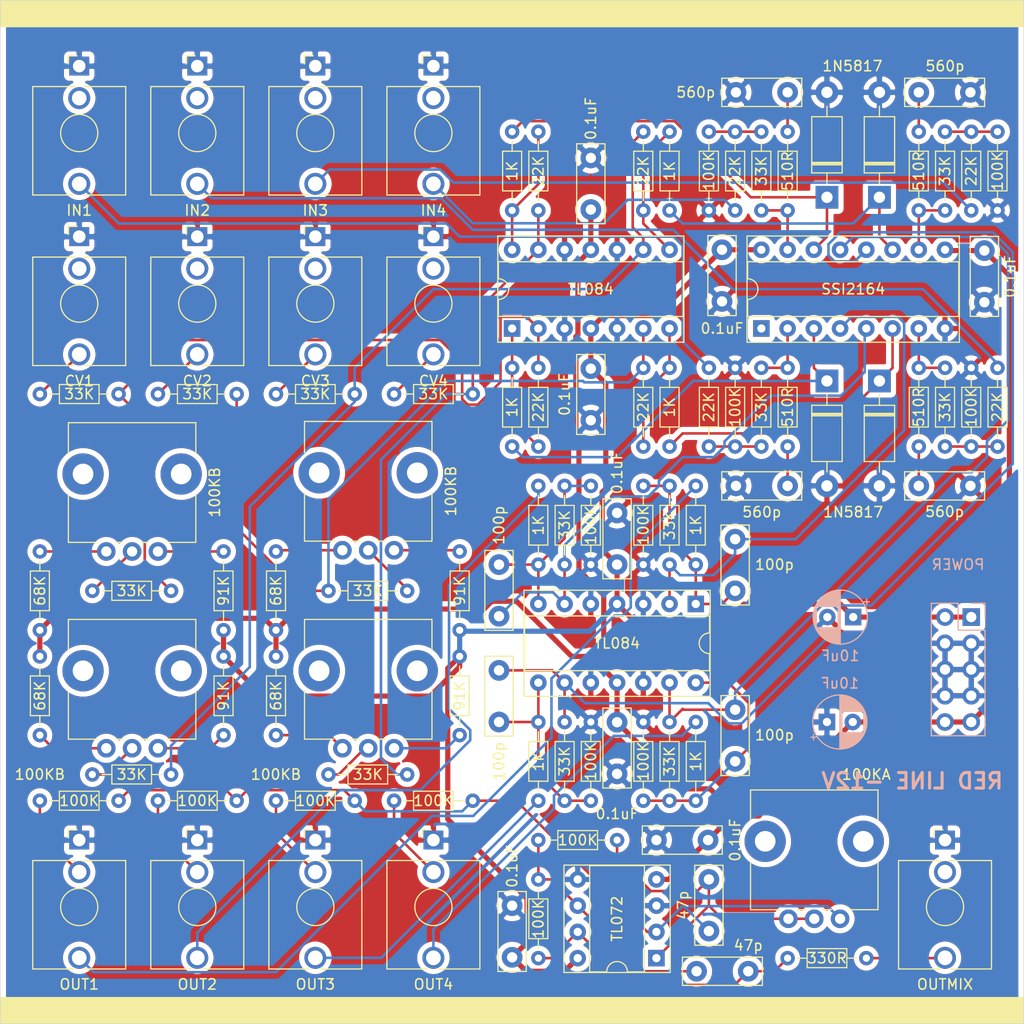
<source format=kicad_pcb>
(kicad_pcb (version 20171130) (host pcbnew 5.1.9-1.fc33)
  (layers (0 F.Cu signal) (31 B.Cu signal) (34 B.Paste user) (35 F.Paste user) (36 B.SilkS user) (37 F.SilkS user) (38 B.Mask user) (39 F.Mask user) (44 Edge.Cuts user))
  (net 0 "")
  (net 1 GND)
  (net 2 +12V)
  (net 3 -12V)
  (net 4 "Net-(C3-Pad1)")
  (net 5 "Net-(C4-Pad1)")
  (net 6 "Net-(C5-Pad1)")
  (net 7 "Net-(C6-Pad1)")
  (net 8 "Net-(C15-Pad2)")
  (net 9 "Net-(C15-Pad1)")
  (net 10 "Net-(C16-Pad2)")
  (net 11 "Net-(C16-Pad1)")
  (net 12 "Net-(C17-Pad2)")
  (net 13 "Net-(C17-Pad1)")
  (net 14 "Net-(C18-Pad2)")
  (net 15 "Net-(C18-Pad1)")
  (net 16 "Net-(C19-Pad2)")
  (net 17 "Net-(C19-Pad1)")
  (net 18 "Net-(C20-Pad2)")
  (net 19 "Net-(C20-Pad1)")
  (net 20 "Net-(D1-Pad1)")
  (net 21 "Net-(D2-Pad1)")
  (net 22 "Net-(D3-Pad1)")
  (net 23 "Net-(D4-Pad1)")
  (net 24 "Net-(J1-PadT)")
  (net 25 "Net-(J1-PadTN)")
  (net 26 "Net-(J2-PadT)")
  (net 27 "Net-(J2-PadTN)")
  (net 28 "Net-(J3-PadT)")
  (net 29 "Net-(J3-PadTN)")
  (net 30 "Net-(J4-PadT)")
  (net 31 "Net-(J4-PadTN)")
  (net 32 "Net-(J6-PadT)")
  (net 33 "Net-(J6-PadTN)")
  (net 34 "Net-(J7-PadT)")
  (net 35 "Net-(J7-PadTN)")
  (net 36 "Net-(J8-PadT)")
  (net 37 "Net-(J8-PadTN)")
  (net 38 "Net-(J9-PadT)")
  (net 39 "Net-(J9-PadTN)")
  (net 40 "Net-(J10-PadT)")
  (net 41 /OUT1)
  (net 42 "Net-(J11-PadT)")
  (net 43 /OUT2)
  (net 44 "Net-(J12-PadT)")
  (net 45 /OUT3)
  (net 46 "Net-(J13-PadT)")
  (net 47 /OUT4)
  (net 48 "Net-(J14-PadT)")
  (net 49 "Net-(J14-PadTN)")
  (net 50 "Net-(R1-Pad1)")
  (net 51 "Net-(R13-Pad1)")
  (net 52 "Net-(R3-Pad1)")
  (net 53 "Net-(R12-Pad1)")
  (net 54 "Net-(R5-Pad1)")
  (net 55 "Net-(R15-Pad1)")
  (net 56 "Net-(R10-Pad1)")
  (net 57 "Net-(R8-Pad1)")
  (net 58 "Net-(R9-Pad2)")
  (net 59 "Net-(R10-Pad2)")
  (net 60 "Net-(R11-Pad2)")
  (net 61 "Net-(R12-Pad2)")
  (net 62 "Net-(R13-Pad2)")
  (net 63 "Net-(R14-Pad2)")
  (net 64 "Net-(R15-Pad2)")
  (net 65 "Net-(R16-Pad2)")
  (net 66 "Net-(R17-Pad1)")
  (net 67 "Net-(R18-Pad1)")
  (net 68 "Net-(R19-Pad1)")
  (net 69 "Net-(R20-Pad1)")
  (net 70 "Net-(R25-Pad1)")
  (net 71 "Net-(R26-Pad1)")
  (net 72 "Net-(R27-Pad1)")
  (net 73 "Net-(R30-Pad1)")
  (net 74 "Net-(R32-Pad1)")
  (net 75 "Net-(R33-Pad1)")
  (net 76 "Net-(R35-Pad1)")
  (net 77 "Net-(R38-Pad1)")
  (net 78 "Net-(U2-Pad1)")
  (module Connector_PinHeader_2.54mm:PinHeader_2x05_P2.54mm_Vertical (layer B.Cu) (at 132.08 123.19 180)
    (fp_text reference J5 hide)
    (fp_text value POWER (at 1.27 5.08) (layer B.SilkS) (effects (justify mirror)))
    (pad 10 thru_hole oval (at 2.54 -10.16 180) (size 1.7 1.7) (drill 1) (layers *.Cu *.Mask) (net 3 -12V))
    (pad 9 thru_hole oval (at 0 -10.16 180) (size 1.7 1.7) (drill 1) (layers *.Cu *.Mask) (net 3 -12V))
    (pad 8 thru_hole oval (at 2.54 -7.62 180) (size 1.7 1.7) (drill 1) (layers *.Cu *.Mask) (net 1 GND))
    (pad 7 thru_hole oval (at 0 -7.62 180) (size 1.7 1.7) (drill 1) (layers *.Cu *.Mask) (net 1 GND))
    (pad 6 thru_hole oval (at 2.54 -5.08 180) (size 1.7 1.7) (drill 1) (layers *.Cu *.Mask) (net 1 GND))
    (pad 5 thru_hole oval (at 0 -5.08 180) (size 1.7 1.7) (drill 1) (layers *.Cu *.Mask) (net 1 GND))
    (pad 4 thru_hole oval (at 2.54 -2.54 180) (size 1.7 1.7) (drill 1) (layers *.Cu *.Mask) (net 1 GND))
    (pad 3 thru_hole oval (at 0 -2.54 180) (size 1.7 1.7) (drill 1) (layers *.Cu *.Mask) (net 1 GND))
    (pad 2 thru_hole oval (at 2.54 0 180) (size 1.7 1.7) (drill 1) (layers *.Cu *.Mask) (net 2 +12V))
    (pad 1 thru_hole rect (at 0 0 180) (size 1.7 1.7) (drill 1) (layers *.Cu *.Mask) (net 2 +12V))
  )
  (module Resistor_THT:R_Axial_DIN0204_L3.6mm_D1.6mm_P7.62mm_Horizontal (layer F.Cu) (at 83.82 140.97 180)
    (fp_text reference R59 hide)
    (fp_text value 100K (at 3.81 0) (layer F.SilkS))
    (pad 2 thru_hole oval (at 7.62 0 180) (size 1.4 1.4) (drill 0.7) (layers *.Cu *.Mask) (net 47 /OUT4))
    (pad 1 thru_hole circle (at 0 0 180) (size 1.4 1.4) (drill 0.7) (layers *.Cu *.Mask) (net 16 "Net-(C19-Pad2)"))
  )
  (module Resistor_THT:R_Axial_DIN0204_L3.6mm_D1.6mm_P7.62mm_Horizontal (layer F.Cu) (at 121.92 156.21 180)
    (fp_text reference R58 hide)
    (fp_text value 330R (at 3.81 0) (layer F.SilkS))
    (pad 2 thru_hole oval (at 7.62 0 180) (size 1.4 1.4) (drill 0.7) (layers *.Cu *.Mask) (net 19 "Net-(C20-Pad1)"))
    (pad 1 thru_hole circle (at 0 0 180) (size 1.4 1.4) (drill 0.7) (layers *.Cu *.Mask) (net 48 "Net-(J14-PadT)"))
  )
  (module Resistor_THT:R_Axial_DIN0204_L3.6mm_D1.6mm_P7.62mm_Horizontal (layer F.Cu) (at 72.39 140.97 180)
    (fp_text reference R57 hide)
    (fp_text value 100K (at 3.81 0) (layer F.SilkS))
    (pad 2 thru_hole oval (at 7.62 0 180) (size 1.4 1.4) (drill 0.7) (layers *.Cu *.Mask) (net 45 /OUT3))
    (pad 1 thru_hole circle (at 0 0 180) (size 1.4 1.4) (drill 0.7) (layers *.Cu *.Mask) (net 16 "Net-(C19-Pad2)"))
  )
  (module Resistor_THT:R_Axial_DIN0204_L3.6mm_D1.6mm_P7.62mm_Horizontal (layer F.Cu) (at 90.17 144.78)
    (fp_text reference R56 hide)
    (fp_text value 100K (at 3.81 0) (layer F.SilkS))
    (pad 2 thru_hole oval (at 7.62 0) (size 1.4 1.4) (drill 0.7) (layers *.Cu *.Mask) (net 17 "Net-(C19-Pad1)"))
    (pad 1 thru_hole circle (at 0 0) (size 1.4 1.4) (drill 0.7) (layers *.Cu *.Mask) (net 18 "Net-(C20-Pad2)"))
  )
  (module Resistor_THT:R_Axial_DIN0204_L3.6mm_D1.6mm_P7.62mm_Horizontal (layer F.Cu) (at 90.17 156.21 90)
    (fp_text reference R55 hide)
    (fp_text value 100K (at 3.81 0 90) (layer F.SilkS))
    (pad 2 thru_hole oval (at 7.62 0 90) (size 1.4 1.4) (drill 0.7) (layers *.Cu *.Mask) (net 18 "Net-(C20-Pad2)"))
    (pad 1 thru_hole circle (at 0 0 90) (size 1.4 1.4) (drill 0.7) (layers *.Cu *.Mask) (net 19 "Net-(C20-Pad1)"))
  )
  (module Resistor_THT:R_Axial_DIN0204_L3.6mm_D1.6mm_P7.62mm_Horizontal (layer F.Cu) (at 60.96 140.97 180)
    (fp_text reference R54 hide)
    (fp_text value 100K (at 3.81 0) (layer F.SilkS))
    (pad 2 thru_hole oval (at 7.62 0 180) (size 1.4 1.4) (drill 0.7) (layers *.Cu *.Mask) (net 43 /OUT2))
    (pad 1 thru_hole circle (at 0 0 180) (size 1.4 1.4) (drill 0.7) (layers *.Cu *.Mask) (net 16 "Net-(C19-Pad2)"))
  )
  (module Resistor_THT:R_Axial_DIN0204_L3.6mm_D1.6mm_P7.62mm_Horizontal (layer F.Cu) (at 49.53 140.97 180)
    (fp_text reference R53 hide)
    (fp_text value 100K (at 3.81 0) (layer F.SilkS))
    (pad 2 thru_hole oval (at 7.62 0 180) (size 1.4 1.4) (drill 0.7) (layers *.Cu *.Mask) (net 41 /OUT1))
    (pad 1 thru_hole circle (at 0 0 180) (size 1.4 1.4) (drill 0.7) (layers *.Cu *.Mask) (net 16 "Net-(C19-Pad2)"))
  )
  (module Resistor_THT:R_Axial_DIN0204_L3.6mm_D1.6mm_P7.62mm_Horizontal (layer F.Cu) (at 105.41 133.35 270)
    (fp_text reference R52 hide)
    (fp_text value 1K (at 3.81 0 90) (layer F.SilkS))
    (pad 2 thru_hole oval (at 7.62 0 270) (size 1.4 1.4) (drill 0.7) (layers *.Cu *.Mask) (net 11 "Net-(C16-Pad1)"))
    (pad 1 thru_hole circle (at 0 0 270) (size 1.4 1.4) (drill 0.7) (layers *.Cu *.Mask) (net 46 "Net-(J13-PadT)"))
  )
  (module Resistor_THT:R_Axial_DIN0204_L3.6mm_D1.6mm_P7.62mm_Horizontal (layer F.Cu) (at 90.17 140.97 90)
    (fp_text reference R51 hide)
    (fp_text value 1K (at 3.81 0 90) (layer F.SilkS))
    (pad 2 thru_hole oval (at 7.62 0 90) (size 1.4 1.4) (drill 0.7) (layers *.Cu *.Mask) (net 9 "Net-(C15-Pad1)"))
    (pad 1 thru_hole circle (at 0 0 90) (size 1.4 1.4) (drill 0.7) (layers *.Cu *.Mask) (net 44 "Net-(J12-PadT)"))
  )
  (module Resistor_THT:R_Axial_DIN0204_L3.6mm_D1.6mm_P7.62mm_Horizontal (layer F.Cu) (at 90.17 110.49 270)
    (fp_text reference R50 hide)
    (fp_text value 1K (at 3.81 0 90) (layer F.SilkS))
    (pad 2 thru_hole oval (at 7.62 0 270) (size 1.4 1.4) (drill 0.7) (layers *.Cu *.Mask) (net 15 "Net-(C18-Pad1)"))
    (pad 1 thru_hole circle (at 0 0 270) (size 1.4 1.4) (drill 0.7) (layers *.Cu *.Mask) (net 42 "Net-(J11-PadT)"))
  )
  (module Resistor_THT:R_Axial_DIN0204_L3.6mm_D1.6mm_P7.62mm_Horizontal (layer F.Cu) (at 105.41 110.49 270)
    (fp_text reference R49 hide)
    (fp_text value 1K (at 3.81 0 90) (layer F.SilkS))
    (pad 2 thru_hole oval (at 7.62 0 270) (size 1.4 1.4) (drill 0.7) (layers *.Cu *.Mask) (net 13 "Net-(C17-Pad1)"))
    (pad 1 thru_hole circle (at 0 0 270) (size 1.4 1.4) (drill 0.7) (layers *.Cu *.Mask) (net 40 "Net-(J10-PadT)"))
  )
  (module Resistor_THT:R_Axial_DIN0204_L3.6mm_D1.6mm_P7.62mm_Horizontal (layer F.Cu) (at 100.33 133.35 270)
    (fp_text reference R48 hide)
    (fp_text value 100K (at 3.81 0 90) (layer F.SilkS))
    (pad 2 thru_hole oval (at 7.62 0 270) (size 1.4 1.4) (drill 0.7) (layers *.Cu *.Mask) (net 11 "Net-(C16-Pad1)"))
    (pad 1 thru_hole circle (at 0 0 270) (size 1.4 1.4) (drill 0.7) (layers *.Cu *.Mask) (net 1 GND))
  )
  (module Resistor_THT:R_Axial_DIN0204_L3.6mm_D1.6mm_P7.62mm_Horizontal (layer F.Cu) (at 95.25 133.35 270)
    (fp_text reference R47 hide)
    (fp_text value 100K (at 3.81 0 90) (layer F.SilkS))
    (pad 2 thru_hole oval (at 7.62 0 270) (size 1.4 1.4) (drill 0.7) (layers *.Cu *.Mask) (net 9 "Net-(C15-Pad1)"))
    (pad 1 thru_hole circle (at 0 0 270) (size 1.4 1.4) (drill 0.7) (layers *.Cu *.Mask) (net 1 GND))
  )
  (module Resistor_THT:R_Axial_DIN0204_L3.6mm_D1.6mm_P7.62mm_Horizontal (layer F.Cu) (at 95.25 118.11 90)
    (fp_text reference R46 hide)
    (fp_text value 100K (at 3.81 0 90) (layer F.SilkS))
    (pad 2 thru_hole oval (at 7.62 0 90) (size 1.4 1.4) (drill 0.7) (layers *.Cu *.Mask) (net 15 "Net-(C18-Pad1)"))
    (pad 1 thru_hole circle (at 0 0 90) (size 1.4 1.4) (drill 0.7) (layers *.Cu *.Mask) (net 1 GND))
  )
  (module Resistor_THT:R_Axial_DIN0204_L3.6mm_D1.6mm_P7.62mm_Horizontal (layer F.Cu) (at 100.33 118.11 90)
    (fp_text reference R45 hide)
    (fp_text value 100K (at 3.81 0 90) (layer F.SilkS))
    (pad 2 thru_hole oval (at 7.62 0 90) (size 1.4 1.4) (drill 0.7) (layers *.Cu *.Mask) (net 13 "Net-(C17-Pad1)"))
    (pad 1 thru_hole circle (at 0 0 90) (size 1.4 1.4) (drill 0.7) (layers *.Cu *.Mask) (net 1 GND))
  )
  (module Resistor_THT:R_Axial_DIN0204_L3.6mm_D1.6mm_P7.62mm_Horizontal (layer F.Cu) (at 102.87 140.97 90)
    (fp_text reference R44 hide)
    (fp_text value 33K (at 3.81 0 90) (layer F.SilkS))
    (pad 2 thru_hole oval (at 7.62 0 90) (size 1.4 1.4) (drill 0.7) (layers *.Cu *.Mask) (net 10 "Net-(C16-Pad2)"))
    (pad 1 thru_hole circle (at 0 0 90) (size 1.4 1.4) (drill 0.7) (layers *.Cu *.Mask) (net 11 "Net-(C16-Pad1)"))
  )
  (module Resistor_THT:R_Axial_DIN0204_L3.6mm_D1.6mm_P7.62mm_Horizontal (layer F.Cu) (at 92.71 140.97 90)
    (fp_text reference R43 hide)
    (fp_text value 33K (at 3.81 0 90) (layer F.SilkS))
    (pad 2 thru_hole oval (at 7.62 0 90) (size 1.4 1.4) (drill 0.7) (layers *.Cu *.Mask) (net 8 "Net-(C15-Pad2)"))
    (pad 1 thru_hole circle (at 0 0 90) (size 1.4 1.4) (drill 0.7) (layers *.Cu *.Mask) (net 9 "Net-(C15-Pad1)"))
  )
  (module Resistor_THT:R_Axial_DIN0204_L3.6mm_D1.6mm_P7.62mm_Horizontal (layer F.Cu) (at 92.71 110.49 270)
    (fp_text reference R42 hide)
    (fp_text value 33K (at 3.81 0 90) (layer F.SilkS))
    (pad 2 thru_hole oval (at 7.62 0 270) (size 1.4 1.4) (drill 0.7) (layers *.Cu *.Mask) (net 14 "Net-(C18-Pad2)"))
    (pad 1 thru_hole circle (at 0 0 270) (size 1.4 1.4) (drill 0.7) (layers *.Cu *.Mask) (net 15 "Net-(C18-Pad1)"))
  )
  (module Resistor_THT:R_Axial_DIN0204_L3.6mm_D1.6mm_P7.62mm_Horizontal (layer F.Cu) (at 102.87 110.49 270)
    (fp_text reference R41 hide)
    (fp_text value 33K (at 3.81 0 90) (layer F.SilkS))
    (pad 2 thru_hole oval (at 7.62 0 270) (size 1.4 1.4) (drill 0.7) (layers *.Cu *.Mask) (net 12 "Net-(C17-Pad2)"))
    (pad 1 thru_hole circle (at 0 0 270) (size 1.4 1.4) (drill 0.7) (layers *.Cu *.Mask) (net 13 "Net-(C17-Pad1)"))
  )
  (module Resistor_THT:R_Axial_DIN0204_L3.6mm_D1.6mm_P7.62mm_Horizontal (layer F.Cu) (at 114.3 106.68 90)
    (fp_text reference R40 hide)
    (fp_text value 510R (at 3.81 0 90) (layer F.SilkS))
    (pad 2 thru_hole oval (at 7.62 0 90) (size 1.4 1.4) (drill 0.7) (layers *.Cu *.Mask) (net 77 "Net-(R38-Pad1)"))
    (pad 1 thru_hole circle (at 0 0 90) (size 1.4 1.4) (drill 0.7) (layers *.Cu *.Mask) (net 7 "Net-(C6-Pad1)"))
  )
  (module Resistor_THT:R_Axial_DIN0204_L3.6mm_D1.6mm_P7.62mm_Horizontal (layer F.Cu) (at 127 106.68 90)
    (fp_text reference R39 hide)
    (fp_text value 510R (at 3.81 0 90) (layer F.SilkS))
    (pad 2 thru_hole oval (at 7.62 0 90) (size 1.4 1.4) (drill 0.7) (layers *.Cu *.Mask) (net 76 "Net-(R35-Pad1)"))
    (pad 1 thru_hole circle (at 0 0 90) (size 1.4 1.4) (drill 0.7) (layers *.Cu *.Mask) (net 6 "Net-(C5-Pad1)"))
  )
  (module Resistor_THT:R_Axial_DIN0204_L3.6mm_D1.6mm_P7.62mm_Horizontal (layer F.Cu) (at 111.76 99.06 270)
    (fp_text reference R38 hide)
    (fp_text value 33K (at 3.81 0 90) (layer F.SilkS))
    (pad 2 thru_hole oval (at 7.62 0 270) (size 1.4 1.4) (drill 0.7) (layers *.Cu *.Mask) (net 73 "Net-(R30-Pad1)"))
    (pad 1 thru_hole circle (at 0 0 270) (size 1.4 1.4) (drill 0.7) (layers *.Cu *.Mask) (net 77 "Net-(R38-Pad1)"))
  )
  (module Resistor_THT:R_Axial_DIN0204_L3.6mm_D1.6mm_P7.62mm_Horizontal (layer F.Cu) (at 114.3 76.2 270)
    (fp_text reference R37 hide)
    (fp_text value 510R (at 3.81 0 90) (layer F.SilkS))
    (pad 2 thru_hole oval (at 7.62 0 270) (size 1.4 1.4) (drill 0.7) (layers *.Cu *.Mask) (net 75 "Net-(R33-Pad1)"))
    (pad 1 thru_hole circle (at 0 0 270) (size 1.4 1.4) (drill 0.7) (layers *.Cu *.Mask) (net 5 "Net-(C4-Pad1)"))
  )
  (module Resistor_THT:R_Axial_DIN0204_L3.6mm_D1.6mm_P7.62mm_Horizontal (layer F.Cu) (at 127 76.2 270)
    (fp_text reference R36 hide)
    (fp_text value 510R (at 3.81 0 90) (layer F.SilkS))
    (pad 2 thru_hole oval (at 7.62 0 270) (size 1.4 1.4) (drill 0.7) (layers *.Cu *.Mask) (net 74 "Net-(R32-Pad1)"))
    (pad 1 thru_hole circle (at 0 0 270) (size 1.4 1.4) (drill 0.7) (layers *.Cu *.Mask) (net 4 "Net-(C3-Pad1)"))
  )
  (module Resistor_THT:R_Axial_DIN0204_L3.6mm_D1.6mm_P7.62mm_Horizontal (layer F.Cu) (at 129.54 99.06 270)
    (fp_text reference R35 hide)
    (fp_text value 33K (at 3.81 0 90) (layer F.SilkS))
    (pad 2 thru_hole oval (at 7.62 0 270) (size 1.4 1.4) (drill 0.7) (layers *.Cu *.Mask) (net 72 "Net-(R27-Pad1)"))
    (pad 1 thru_hole circle (at 0 0 270) (size 1.4 1.4) (drill 0.7) (layers *.Cu *.Mask) (net 76 "Net-(R35-Pad1)"))
  )
  (module Resistor_THT:R_Axial_DIN0204_L3.6mm_D1.6mm_P7.62mm_Horizontal (layer F.Cu) (at 109.22 99.06 270)
    (fp_text reference Rw hide)
    (fp_text value 100K (at 3.81 0 90) (layer F.SilkS))
    (pad 2 thru_hole oval (at 7.62 0 270) (size 1.4 1.4) (drill 0.7) (layers *.Cu *.Mask) (net 73 "Net-(R30-Pad1)"))
    (pad 1 thru_hole circle (at 0 0 270) (size 1.4 1.4) (drill 0.7) (layers *.Cu *.Mask) (net 1 GND))
  )
  (module Resistor_THT:R_Axial_DIN0204_L3.6mm_D1.6mm_P7.62mm_Horizontal (layer F.Cu) (at 111.76 83.82 90)
    (fp_text reference R33 hide)
    (fp_text value 33K (at 3.81 0 90) (layer F.SilkS))
    (pad 2 thru_hole oval (at 7.62 0 90) (size 1.4 1.4) (drill 0.7) (layers *.Cu *.Mask) (net 71 "Net-(R26-Pad1)"))
    (pad 1 thru_hole circle (at 0 0 90) (size 1.4 1.4) (drill 0.7) (layers *.Cu *.Mask) (net 75 "Net-(R33-Pad1)"))
  )
  (module Resistor_THT:R_Axial_DIN0204_L3.6mm_D1.6mm_P7.62mm_Horizontal (layer F.Cu) (at 129.54 83.82 90)
    (fp_text reference R32 hide)
    (fp_text value 33K (at 3.81 0 90) (layer F.SilkS))
    (pad 2 thru_hole oval (at 7.62 0 90) (size 1.4 1.4) (drill 0.7) (layers *.Cu *.Mask) (net 70 "Net-(R25-Pad1)"))
    (pad 1 thru_hole circle (at 0 0 90) (size 1.4 1.4) (drill 0.7) (layers *.Cu *.Mask) (net 74 "Net-(R32-Pad1)"))
  )
  (module Resistor_THT:R_Axial_DIN0204_L3.6mm_D1.6mm_P7.62mm_Horizontal (layer F.Cu) (at 132.08 99.06 270)
    (fp_text reference R31 hide)
    (fp_text value 100K (at 3.81 0 90) (layer F.SilkS))
    (pad 2 thru_hole oval (at 7.62 0 270) (size 1.4 1.4) (drill 0.7) (layers *.Cu *.Mask) (net 72 "Net-(R27-Pad1)"))
    (pad 1 thru_hole circle (at 0 0 270) (size 1.4 1.4) (drill 0.7) (layers *.Cu *.Mask) (net 1 GND))
  )
  (module Resistor_THT:R_Axial_DIN0204_L3.6mm_D1.6mm_P7.62mm_Horizontal (layer F.Cu) (at 106.68 106.68 90)
    (fp_text reference R30 hide)
    (fp_text value 22K (at 3.81 0 90) (layer F.SilkS))
    (pad 2 thru_hole oval (at 7.62 0 90) (size 1.4 1.4) (drill 0.7) (layers *.Cu *.Mask) (net 38 "Net-(J9-PadT)"))
    (pad 1 thru_hole circle (at 0 0 90) (size 1.4 1.4) (drill 0.7) (layers *.Cu *.Mask) (net 73 "Net-(R30-Pad1)"))
  )
  (module Resistor_THT:R_Axial_DIN0204_L3.6mm_D1.6mm_P7.62mm_Horizontal (layer F.Cu) (at 106.68 83.82 90)
    (fp_text reference R29 hide)
    (fp_text value 100K (at 3.81 0 90) (layer F.SilkS))
    (pad 2 thru_hole oval (at 7.62 0 90) (size 1.4 1.4) (drill 0.7) (layers *.Cu *.Mask) (net 71 "Net-(R26-Pad1)"))
    (pad 1 thru_hole circle (at 0 0 90) (size 1.4 1.4) (drill 0.7) (layers *.Cu *.Mask) (net 1 GND))
  )
  (module Resistor_THT:R_Axial_DIN0204_L3.6mm_D1.6mm_P7.62mm_Horizontal (layer F.Cu) (at 134.62 83.82 90)
    (fp_text reference R28 hide)
    (fp_text value 100K (at 3.81 0 90) (layer F.SilkS))
    (pad 2 thru_hole oval (at 7.62 0 90) (size 1.4 1.4) (drill 0.7) (layers *.Cu *.Mask) (net 70 "Net-(R25-Pad1)"))
    (pad 1 thru_hole circle (at 0 0 90) (size 1.4 1.4) (drill 0.7) (layers *.Cu *.Mask) (net 1 GND))
  )
  (module Resistor_THT:R_Axial_DIN0204_L3.6mm_D1.6mm_P7.62mm_Horizontal (layer F.Cu) (at 134.62 106.68 90)
    (fp_text reference R27 hide)
    (fp_text value 22K (at 3.81 0 90) (layer F.SilkS))
    (pad 2 thru_hole oval (at 7.62 0 90) (size 1.4 1.4) (drill 0.7) (layers *.Cu *.Mask) (net 36 "Net-(J8-PadT)"))
    (pad 1 thru_hole circle (at 0 0 90) (size 1.4 1.4) (drill 0.7) (layers *.Cu *.Mask) (net 72 "Net-(R27-Pad1)"))
  )
  (module Resistor_THT:R_Axial_DIN0204_L3.6mm_D1.6mm_P7.62mm_Horizontal (layer F.Cu) (at 109.22 76.2 270)
    (fp_text reference R26 hide)
    (fp_text value 22K (at 3.81 0 90) (layer F.SilkS))
    (pad 2 thru_hole oval (at 7.62 0 270) (size 1.4 1.4) (drill 0.7) (layers *.Cu *.Mask) (net 32 "Net-(J6-PadT)"))
    (pad 1 thru_hole circle (at 0 0 270) (size 1.4 1.4) (drill 0.7) (layers *.Cu *.Mask) (net 71 "Net-(R26-Pad1)"))
  )
  (module Resistor_THT:R_Axial_DIN0204_L3.6mm_D1.6mm_P7.62mm_Horizontal (layer F.Cu) (at 132.08 76.2 270)
    (fp_text reference R25 hide)
    (fp_text value 22K (at 3.81 0 90) (layer F.SilkS))
    (pad 2 thru_hole oval (at 7.62 0 270) (size 1.4 1.4) (drill 0.7) (layers *.Cu *.Mask) (net 34 "Net-(J7-PadT)"))
    (pad 1 thru_hole circle (at 0 0 270) (size 1.4 1.4) (drill 0.7) (layers *.Cu *.Mask) (net 70 "Net-(R25-Pad1)"))
  )
  (module Resistor_THT:R_Axial_DIN0204_L3.6mm_D1.6mm_P7.62mm_Horizontal (layer F.Cu) (at 102.87 83.82 90)
    (fp_text reference R24 hide)
    (fp_text value 1K (at 3.81 0 90) (layer F.SilkS))
    (pad 2 thru_hole oval (at 7.62 0 90) (size 1.4 1.4) (drill 0.7) (layers *.Cu *.Mask) (net 68 "Net-(R19-Pad1)"))
    (pad 1 thru_hole circle (at 0 0 90) (size 1.4 1.4) (drill 0.7) (layers *.Cu *.Mask) (net 23 "Net-(D4-Pad1)"))
  )
  (module Resistor_THT:R_Axial_DIN0204_L3.6mm_D1.6mm_P7.62mm_Horizontal (layer F.Cu) (at 102.87 106.68 90)
    (fp_text reference R23 hide)
    (fp_text value 1K (at 3.81 0 90) (layer F.SilkS))
    (pad 2 thru_hole oval (at 7.62 0 90) (size 1.4 1.4) (drill 0.7) (layers *.Cu *.Mask) (net 67 "Net-(R18-Pad1)"))
    (pad 1 thru_hole circle (at 0 0 90) (size 1.4 1.4) (drill 0.7) (layers *.Cu *.Mask) (net 22 "Net-(D3-Pad1)"))
  )
  (module Resistor_THT:R_Axial_DIN0204_L3.6mm_D1.6mm_P7.62mm_Horizontal (layer F.Cu) (at 87.63 76.2 270)
    (fp_text reference R22 hide)
    (fp_text value 1K (at 3.81 0 90) (layer F.SilkS))
    (pad 2 thru_hole oval (at 7.62 0 270) (size 1.4 1.4) (drill 0.7) (layers *.Cu *.Mask) (net 69 "Net-(R20-Pad1)"))
    (pad 1 thru_hole circle (at 0 0 270) (size 1.4 1.4) (drill 0.7) (layers *.Cu *.Mask) (net 21 "Net-(D2-Pad1)"))
  )
  (module Resistor_THT:R_Axial_DIN0204_L3.6mm_D1.6mm_P7.62mm_Horizontal (layer F.Cu) (at 87.63 106.68 90)
    (fp_text reference R21 hide)
    (fp_text value 1K (at 3.81 0 90) (layer F.SilkS))
    (pad 2 thru_hole oval (at 7.62 0 90) (size 1.4 1.4) (drill 0.7) (layers *.Cu *.Mask) (net 66 "Net-(R17-Pad1)"))
    (pad 1 thru_hole circle (at 0 0 90) (size 1.4 1.4) (drill 0.7) (layers *.Cu *.Mask) (net 20 "Net-(D1-Pad1)"))
  )
  (module Resistor_THT:R_Axial_DIN0204_L3.6mm_D1.6mm_P7.62mm_Horizontal (layer F.Cu) (at 90.17 76.2 270)
    (fp_text reference R20 hide)
    (fp_text value 22K (at 3.81 0 90) (layer F.SilkS))
    (pad 2 thru_hole oval (at 7.62 0 270) (size 1.4 1.4) (drill 0.7) (layers *.Cu *.Mask) (net 51 "Net-(R13-Pad1)"))
    (pad 1 thru_hole circle (at 0 0 270) (size 1.4 1.4) (drill 0.7) (layers *.Cu *.Mask) (net 69 "Net-(R20-Pad1)"))
  )
  (module Resistor_THT:R_Axial_DIN0204_L3.6mm_D1.6mm_P7.62mm_Horizontal (layer F.Cu) (at 100.33 83.82 90)
    (fp_text reference R19 hide)
    (fp_text value 22K (at 3.81 0 90) (layer F.SilkS))
    (pad 2 thru_hole oval (at 7.62 0 90) (size 1.4 1.4) (drill 0.7) (layers *.Cu *.Mask) (net 55 "Net-(R15-Pad1)"))
    (pad 1 thru_hole circle (at 0 0 90) (size 1.4 1.4) (drill 0.7) (layers *.Cu *.Mask) (net 68 "Net-(R19-Pad1)"))
  )
  (module Resistor_THT:R_Axial_DIN0204_L3.6mm_D1.6mm_P7.62mm_Horizontal (layer F.Cu) (at 100.33 106.68 90)
    (fp_text reference R18 hide)
    (fp_text value 22K (at 3.81 0 90) (layer F.SilkS))
    (pad 2 thru_hole oval (at 7.62 0 90) (size 1.4 1.4) (drill 0.7) (layers *.Cu *.Mask) (net 53 "Net-(R12-Pad1)"))
    (pad 1 thru_hole circle (at 0 0 90) (size 1.4 1.4) (drill 0.7) (layers *.Cu *.Mask) (net 67 "Net-(R18-Pad1)"))
  )
  (module Resistor_THT:R_Axial_DIN0204_L3.6mm_D1.6mm_P7.62mm_Horizontal (layer F.Cu) (at 90.17 106.68 90)
    (fp_text reference R17 hide)
    (fp_text value 22K (at 3.81 0 90) (layer F.SilkS))
    (pad 2 thru_hole oval (at 7.62 0 90) (size 1.4 1.4) (drill 0.7) (layers *.Cu *.Mask) (net 56 "Net-(R10-Pad1)"))
    (pad 1 thru_hole circle (at 0 0 90) (size 1.4 1.4) (drill 0.7) (layers *.Cu *.Mask) (net 66 "Net-(R17-Pad1)"))
  )
  (module Resistor_THT:R_Axial_DIN0204_L3.6mm_D1.6mm_P7.62mm_Horizontal (layer F.Cu) (at 82.55 127 270)
    (fp_text reference R16 hide)
    (fp_text value 91K (at 3.81 0 90) (layer F.SilkS))
    (pad 2 thru_hole oval (at 7.62 0 270) (size 1.4 1.4) (drill 0.7) (layers *.Cu *.Mask) (net 65 "Net-(R16-Pad2)"))
    (pad 1 thru_hole circle (at 0 0 270) (size 1.4 1.4) (drill 0.7) (layers *.Cu *.Mask) (net 2 +12V))
  )
  (module Resistor_THT:R_Axial_DIN0204_L3.6mm_D1.6mm_P7.62mm_Horizontal (layer F.Cu) (at 54.61 138.43 180)
    (fp_text reference R15 hide)
    (fp_text value 33K (at 3.81 0) (layer F.SilkS))
    (pad 2 thru_hole oval (at 7.62 0 180) (size 1.4 1.4) (drill 0.7) (layers *.Cu *.Mask) (net 64 "Net-(R15-Pad2)"))
    (pad 1 thru_hole circle (at 0 0 180) (size 1.4 1.4) (drill 0.7) (layers *.Cu *.Mask) (net 55 "Net-(R15-Pad1)"))
  )
  (module Resistor_THT:R_Axial_DIN0204_L3.6mm_D1.6mm_P7.62mm_Horizontal (layer F.Cu) (at 59.69 127 270)
    (fp_text reference R14 hide)
    (fp_text value 91K (at 3.81 0 90) (layer F.SilkS))
    (pad 2 thru_hole oval (at 7.62 0 270) (size 1.4 1.4) (drill 0.7) (layers *.Cu *.Mask) (net 63 "Net-(R14-Pad2)"))
    (pad 1 thru_hole circle (at 0 0 270) (size 1.4 1.4) (drill 0.7) (layers *.Cu *.Mask) (net 2 +12V))
  )
  (module Resistor_THT:R_Axial_DIN0204_L3.6mm_D1.6mm_P7.62mm_Horizontal (layer F.Cu) (at 77.47 138.43 180)
    (fp_text reference R13 hide)
    (fp_text value 33K (at 3.81 0) (layer F.SilkS))
    (pad 2 thru_hole oval (at 7.62 0 180) (size 1.4 1.4) (drill 0.7) (layers *.Cu *.Mask) (net 62 "Net-(R13-Pad2)"))
    (pad 1 thru_hole circle (at 0 0 180) (size 1.4 1.4) (drill 0.7) (layers *.Cu *.Mask) (net 51 "Net-(R13-Pad1)"))
  )
  (module Resistor_THT:R_Axial_DIN0204_L3.6mm_D1.6mm_P7.62mm_Horizontal (layer F.Cu) (at 69.85 120.65)
    (fp_text reference R12 hide)
    (fp_text value 33K (at 3.81 0) (layer F.SilkS))
    (pad 2 thru_hole oval (at 7.62 0) (size 1.4 1.4) (drill 0.7) (layers *.Cu *.Mask) (net 61 "Net-(R12-Pad2)"))
    (pad 1 thru_hole circle (at 0 0) (size 1.4 1.4) (drill 0.7) (layers *.Cu *.Mask) (net 53 "Net-(R12-Pad1)"))
  )
  (module Resistor_THT:R_Axial_DIN0204_L3.6mm_D1.6mm_P7.62mm_Horizontal (layer F.Cu) (at 82.55 124.46 90)
    (fp_text reference R11 hide)
    (fp_text value 91K (at 3.81 0 90) (layer F.SilkS))
    (pad 2 thru_hole oval (at 7.62 0 90) (size 1.4 1.4) (drill 0.7) (layers *.Cu *.Mask) (net 60 "Net-(R11-Pad2)"))
    (pad 1 thru_hole circle (at 0 0 90) (size 1.4 1.4) (drill 0.7) (layers *.Cu *.Mask) (net 2 +12V))
  )
  (module Resistor_THT:R_Axial_DIN0204_L3.6mm_D1.6mm_P7.62mm_Horizontal (layer F.Cu) (at 54.61 120.65 180)
    (fp_text reference R10 hide)
    (fp_text value 33K (at 3.81 0) (layer F.SilkS))
    (pad 2 thru_hole oval (at 7.62 0 180) (size 1.4 1.4) (drill 0.7) (layers *.Cu *.Mask) (net 59 "Net-(R10-Pad2)"))
    (pad 1 thru_hole circle (at 0 0 180) (size 1.4 1.4) (drill 0.7) (layers *.Cu *.Mask) (net 56 "Net-(R10-Pad1)"))
  )
  (module Resistor_THT:R_Axial_DIN0204_L3.6mm_D1.6mm_P7.62mm_Horizontal (layer F.Cu) (at 59.69 124.46 90)
    (fp_text reference R9 hide)
    (fp_text value 91K (at 3.81 0 90) (layer F.SilkS))
    (pad 2 thru_hole oval (at 7.62 0 90) (size 1.4 1.4) (drill 0.7) (layers *.Cu *.Mask) (net 58 "Net-(R9-Pad2)"))
    (pad 1 thru_hole circle (at 0 0 90) (size 1.4 1.4) (drill 0.7) (layers *.Cu *.Mask) (net 2 +12V))
  )
  (module Resistor_THT:R_Axial_DIN0204_L3.6mm_D1.6mm_P7.62mm_Horizontal (layer F.Cu) (at 64.77 134.62 90)
    (fp_text reference R8 hide)
    (fp_text value 68K (at 3.81 0 90) (layer F.SilkS))
    (pad 2 thru_hole oval (at 7.62 0 90) (size 1.4 1.4) (drill 0.7) (layers *.Cu *.Mask) (net 3 -12V))
    (pad 1 thru_hole circle (at 0 0 90) (size 1.4 1.4) (drill 0.7) (layers *.Cu *.Mask) (net 57 "Net-(R8-Pad1)"))
  )
  (module Resistor_THT:R_Axial_DIN0204_L3.6mm_D1.6mm_P7.62mm_Horizontal (layer F.Cu) (at 49.53 101.6 180)
    (fp_text reference R7 hide)
    (fp_text value 33K (at 3.81 0) (layer F.SilkS))
    (pad 2 thru_hole oval (at 7.62 0 180) (size 1.4 1.4) (drill 0.7) (layers *.Cu *.Mask) (net 24 "Net-(J1-PadT)"))
    (pad 1 thru_hole circle (at 0 0 180) (size 1.4 1.4) (drill 0.7) (layers *.Cu *.Mask) (net 56 "Net-(R10-Pad1)"))
  )
  (module Resistor_THT:R_Axial_DIN0204_L3.6mm_D1.6mm_P7.62mm_Horizontal (layer F.Cu) (at 72.39 101.6 180)
    (fp_text reference R6 hide)
    (fp_text value 33K (at 3.81 0) (layer F.SilkS))
    (pad 2 thru_hole oval (at 7.62 0 180) (size 1.4 1.4) (drill 0.7) (layers *.Cu *.Mask) (net 28 "Net-(J3-PadT)"))
    (pad 1 thru_hole circle (at 0 0 180) (size 1.4 1.4) (drill 0.7) (layers *.Cu *.Mask) (net 55 "Net-(R15-Pad1)"))
  )
  (module Resistor_THT:R_Axial_DIN0204_L3.6mm_D1.6mm_P7.62mm_Horizontal (layer F.Cu) (at 41.91 134.62 90)
    (fp_text reference R5 hide)
    (fp_text value 68K (at 3.81 0 90) (layer F.SilkS))
    (pad 2 thru_hole oval (at 7.62 0 90) (size 1.4 1.4) (drill 0.7) (layers *.Cu *.Mask) (net 3 -12V))
    (pad 1 thru_hole circle (at 0 0 90) (size 1.4 1.4) (drill 0.7) (layers *.Cu *.Mask) (net 54 "Net-(R5-Pad1)"))
  )
  (module Resistor_THT:R_Axial_DIN0204_L3.6mm_D1.6mm_P7.62mm_Horizontal (layer F.Cu) (at 60.96 101.6 180)
    (fp_text reference R4 hide)
    (fp_text value 33K (at 3.81 0) (layer F.SilkS))
    (pad 2 thru_hole oval (at 7.62 0 180) (size 1.4 1.4) (drill 0.7) (layers *.Cu *.Mask) (net 26 "Net-(J2-PadT)"))
    (pad 1 thru_hole circle (at 0 0 180) (size 1.4 1.4) (drill 0.7) (layers *.Cu *.Mask) (net 53 "Net-(R12-Pad1)"))
  )
  (module Resistor_THT:R_Axial_DIN0204_L3.6mm_D1.6mm_P7.62mm_Horizontal (layer F.Cu) (at 64.77 116.84 270)
    (fp_text reference R3 hide)
    (fp_text value 68K (at 3.81 0 90) (layer F.SilkS))
    (pad 2 thru_hole oval (at 7.62 0 270) (size 1.4 1.4) (drill 0.7) (layers *.Cu *.Mask) (net 3 -12V))
    (pad 1 thru_hole circle (at 0 0 270) (size 1.4 1.4) (drill 0.7) (layers *.Cu *.Mask) (net 52 "Net-(R3-Pad1)"))
  )
  (module Resistor_THT:R_Axial_DIN0204_L3.6mm_D1.6mm_P7.62mm_Horizontal (layer F.Cu) (at 83.82 101.6 180)
    (fp_text reference R2 hide)
    (fp_text value 33K (at 3.81 0) (layer F.SilkS))
    (pad 2 thru_hole oval (at 7.62 0 180) (size 1.4 1.4) (drill 0.7) (layers *.Cu *.Mask) (net 30 "Net-(J4-PadT)"))
    (pad 1 thru_hole circle (at 0 0 180) (size 1.4 1.4) (drill 0.7) (layers *.Cu *.Mask) (net 51 "Net-(R13-Pad1)"))
  )
  (module Resistor_THT:R_Axial_DIN0204_L3.6mm_D1.6mm_P7.62mm_Horizontal (layer F.Cu) (at 41.91 116.84 270)
    (fp_text reference R1 hide)
    (fp_text value 68K (at 3.81 0 90) (layer F.SilkS))
    (pad 2 thru_hole oval (at 7.62 0 270) (size 1.4 1.4) (drill 0.7) (layers *.Cu *.Mask) (net 3 -12V))
    (pad 1 thru_hole circle (at 0 0 270) (size 1.4 1.4) (drill 0.7) (layers *.Cu *.Mask) (net 50 "Net-(R1-Pad1)"))
  )
  (module Package_DIP:DIP-8_W7.62mm_Socket (layer F.Cu) (at 101.6 156.21 180)
    (fp_text reference U4 hide)
    (fp_text value TL072 (at 3.81 3.81 90) (layer F.SilkS))
    (pad 8 thru_hole oval (at 7.62 0 180) (size 1.6 1.6) (drill 0.8) (layers *.Cu *.Mask) (net 2 +12V))
    (pad 4 thru_hole oval (at 0 7.62 180) (size 1.6 1.6) (drill 0.8) (layers *.Cu *.Mask) (net 3 -12V))
    (pad 7 thru_hole oval (at 7.62 2.54 180) (size 1.6 1.6) (drill 0.8) (layers *.Cu *.Mask) (net 19 "Net-(C20-Pad1)"))
    (pad 3 thru_hole oval (at 0 5.08 180) (size 1.6 1.6) (drill 0.8) (layers *.Cu *.Mask) (net 1 GND))
    (pad 6 thru_hole oval (at 7.62 5.08 180) (size 1.6 1.6) (drill 0.8) (layers *.Cu *.Mask) (net 18 "Net-(C20-Pad2)"))
    (pad 2 thru_hole oval (at 0 2.54 180) (size 1.6 1.6) (drill 0.8) (layers *.Cu *.Mask) (net 16 "Net-(C19-Pad2)"))
    (pad 5 thru_hole oval (at 7.62 7.62 180) (size 1.6 1.6) (drill 0.8) (layers *.Cu *.Mask) (net 1 GND))
    (pad 1 thru_hole rect (at 0 0 180) (size 1.6 1.6) (drill 0.8) (layers *.Cu *.Mask) (net 17 "Net-(C19-Pad1)"))
  )
  (module Package_DIP:DIP-14_W7.62mm_Socket (layer F.Cu) (at 105.41 121.92 270)
    (fp_text reference U3 hide)
    (fp_text value TL084 (at 3.81 7.62 180) (layer F.SilkS))
    (pad 14 thru_hole oval (at 7.62 0 270) (size 1.6 1.6) (drill 0.8) (layers *.Cu *.Mask) (net 11 "Net-(C16-Pad1)"))
    (pad 7 thru_hole oval (at 0 15.24 270) (size 1.6 1.6) (drill 0.8) (layers *.Cu *.Mask) (net 15 "Net-(C18-Pad1)"))
    (pad 13 thru_hole oval (at 7.62 2.54 270) (size 1.6 1.6) (drill 0.8) (layers *.Cu *.Mask) (net 10 "Net-(C16-Pad2)"))
    (pad 6 thru_hole oval (at 0 12.7 270) (size 1.6 1.6) (drill 0.8) (layers *.Cu *.Mask) (net 14 "Net-(C18-Pad2)"))
    (pad 12 thru_hole oval (at 7.62 5.08 270) (size 1.6 1.6) (drill 0.8) (layers *.Cu *.Mask) (net 1 GND))
    (pad 5 thru_hole oval (at 0 10.16 270) (size 1.6 1.6) (drill 0.8) (layers *.Cu *.Mask) (net 1 GND))
    (pad 11 thru_hole oval (at 7.62 7.62 270) (size 1.6 1.6) (drill 0.8) (layers *.Cu *.Mask) (net 3 -12V))
    (pad 4 thru_hole oval (at 0 7.62 270) (size 1.6 1.6) (drill 0.8) (layers *.Cu *.Mask) (net 2 +12V))
    (pad 10 thru_hole oval (at 7.62 10.16 270) (size 1.6 1.6) (drill 0.8) (layers *.Cu *.Mask) (net 1 GND))
    (pad 3 thru_hole oval (at 0 5.08 270) (size 1.6 1.6) (drill 0.8) (layers *.Cu *.Mask) (net 1 GND))
    (pad 9 thru_hole oval (at 7.62 12.7 270) (size 1.6 1.6) (drill 0.8) (layers *.Cu *.Mask) (net 8 "Net-(C15-Pad2)"))
    (pad 2 thru_hole oval (at 0 2.54 270) (size 1.6 1.6) (drill 0.8) (layers *.Cu *.Mask) (net 12 "Net-(C17-Pad2)"))
    (pad 8 thru_hole oval (at 7.62 15.24 270) (size 1.6 1.6) (drill 0.8) (layers *.Cu *.Mask) (net 9 "Net-(C15-Pad1)"))
    (pad 1 thru_hole rect (at 0 0 270) (size 1.6 1.6) (drill 0.8) (layers *.Cu *.Mask) (net 13 "Net-(C17-Pad1)"))
  )
  (module Package_DIP:DIP-16_W7.62mm_Socket (layer F.Cu) (at 111.76 95.25 90)
    (fp_text reference U2 hide)
    (fp_text value SSI2164 (at 3.81 8.89 180) (layer F.SilkS))
    (pad 16 thru_hole oval (at 7.62 0 90) (size 1.6 1.6) (drill 0.8) (layers *.Cu *.Mask) (net 2 +12V))
    (pad 8 thru_hole oval (at 0 17.78 90) (size 1.6 1.6) (drill 0.8) (layers *.Cu *.Mask) (net 1 GND))
    (pad 15 thru_hole oval (at 7.62 2.54 90) (size 1.6 1.6) (drill 0.8) (layers *.Cu *.Mask) (net 75 "Net-(R33-Pad1)"))
    (pad 7 thru_hole oval (at 0 15.24 90) (size 1.6 1.6) (drill 0.8) (layers *.Cu *.Mask) (net 76 "Net-(R35-Pad1)"))
    (pad 14 thru_hole oval (at 7.62 5.08 90) (size 1.6 1.6) (drill 0.8) (layers *.Cu *.Mask) (net 21 "Net-(D2-Pad1)"))
    (pad 6 thru_hole oval (at 0 12.7 90) (size 1.6 1.6) (drill 0.8) (layers *.Cu *.Mask) (net 22 "Net-(D3-Pad1)"))
    (pad 13 thru_hole oval (at 7.62 7.62 90) (size 1.6 1.6) (drill 0.8) (layers *.Cu *.Mask) (net 10 "Net-(C16-Pad2)"))
    (pad 5 thru_hole oval (at 0 10.16 90) (size 1.6 1.6) (drill 0.8) (layers *.Cu *.Mask) (net 14 "Net-(C18-Pad2)"))
    (pad 12 thru_hole oval (at 7.62 10.16 90) (size 1.6 1.6) (drill 0.8) (layers *.Cu *.Mask) (net 8 "Net-(C15-Pad2)"))
    (pad 4 thru_hole oval (at 0 7.62 90) (size 1.6 1.6) (drill 0.8) (layers *.Cu *.Mask) (net 12 "Net-(C17-Pad2)"))
    (pad 11 thru_hole oval (at 7.62 12.7 90) (size 1.6 1.6) (drill 0.8) (layers *.Cu *.Mask) (net 23 "Net-(D4-Pad1)"))
    (pad 3 thru_hole oval (at 0 5.08 90) (size 1.6 1.6) (drill 0.8) (layers *.Cu *.Mask) (net 20 "Net-(D1-Pad1)"))
    (pad 10 thru_hole oval (at 7.62 15.24 90) (size 1.6 1.6) (drill 0.8) (layers *.Cu *.Mask) (net 74 "Net-(R32-Pad1)"))
    (pad 2 thru_hole oval (at 0 2.54 90) (size 1.6 1.6) (drill 0.8) (layers *.Cu *.Mask) (net 77 "Net-(R38-Pad1)"))
    (pad 9 thru_hole oval (at 7.62 17.78 90) (size 1.6 1.6) (drill 0.8) (layers *.Cu *.Mask) (net 3 -12V))
    (pad 1 thru_hole rect (at 0 0 90) (size 1.6 1.6) (drill 0.8) (layers *.Cu *.Mask) (net 78 "Net-(U2-Pad1)"))
  )
  (module Package_DIP:DIP-14_W7.62mm_Socket (layer F.Cu) (at 87.63 95.25 90)
    (fp_text reference U1 hide)
    (fp_text value TL084 (at 3.81 7.62 180) (layer F.SilkS))
    (pad 14 thru_hole oval (at 7.62 0 90) (size 1.6 1.6) (drill 0.8) (layers *.Cu *.Mask) (net 69 "Net-(R20-Pad1)"))
    (pad 7 thru_hole oval (at 0 15.24 90) (size 1.6 1.6) (drill 0.8) (layers *.Cu *.Mask) (net 67 "Net-(R18-Pad1)"))
    (pad 13 thru_hole oval (at 7.62 2.54 90) (size 1.6 1.6) (drill 0.8) (layers *.Cu *.Mask) (net 51 "Net-(R13-Pad1)"))
    (pad 6 thru_hole oval (at 0 12.7 90) (size 1.6 1.6) (drill 0.8) (layers *.Cu *.Mask) (net 53 "Net-(R12-Pad1)"))
    (pad 12 thru_hole oval (at 7.62 5.08 90) (size 1.6 1.6) (drill 0.8) (layers *.Cu *.Mask) (net 1 GND))
    (pad 5 thru_hole oval (at 0 10.16 90) (size 1.6 1.6) (drill 0.8) (layers *.Cu *.Mask) (net 1 GND))
    (pad 11 thru_hole oval (at 7.62 7.62 90) (size 1.6 1.6) (drill 0.8) (layers *.Cu *.Mask) (net 3 -12V))
    (pad 4 thru_hole oval (at 0 7.62 90) (size 1.6 1.6) (drill 0.8) (layers *.Cu *.Mask) (net 2 +12V))
    (pad 10 thru_hole oval (at 7.62 10.16 90) (size 1.6 1.6) (drill 0.8) (layers *.Cu *.Mask) (net 1 GND))
    (pad 3 thru_hole oval (at 0 5.08 90) (size 1.6 1.6) (drill 0.8) (layers *.Cu *.Mask) (net 1 GND))
    (pad 9 thru_hole oval (at 7.62 12.7 90) (size 1.6 1.6) (drill 0.8) (layers *.Cu *.Mask) (net 55 "Net-(R15-Pad1)"))
    (pad 2 thru_hole oval (at 0 2.54 90) (size 1.6 1.6) (drill 0.8) (layers *.Cu *.Mask) (net 56 "Net-(R10-Pad1)"))
    (pad 8 thru_hole oval (at 7.62 15.24 90) (size 1.6 1.6) (drill 0.8) (layers *.Cu *.Mask) (net 68 "Net-(R19-Pad1)"))
    (pad 1 thru_hole rect (at 0 0 90) (size 1.6 1.6) (drill 0.8) (layers *.Cu *.Mask) (net 66 "Net-(R17-Pad1)"))
  )
  (module Potentiometer_THT:Potentiometer_Alps_RK09L_Single_Vertical (layer F.Cu) (at 119.38 152.4 90)
    (fp_text reference RV5 hide)
    (fp_text value 100KA (at 13.97 2.54 180) (layer F.SilkS))
    (pad "" np_thru_hole circle (at 7.5 2.25 90) (size 4 4) (drill 2) (layers *.Cu *.Mask))
    (pad "" np_thru_hole circle (at 7.5 -7.25 90) (size 4 4) (drill 2) (layers *.Cu *.Mask))
    (pad 1 thru_hole circle (at 0 0 90) (size 1.8 1.8) (drill 1) (layers *.Cu *.Mask) (net 16 "Net-(C19-Pad2)"))
    (pad 2 thru_hole circle (at 0 -2.5 90) (size 1.8 1.8) (drill 1) (layers *.Cu *.Mask) (net 17 "Net-(C19-Pad1)"))
    (pad 3 thru_hole circle (at 0 -5 90) (size 1.8 1.8) (drill 1) (layers *.Cu *.Mask) (net 17 "Net-(C19-Pad1)"))
  )
  (module Potentiometer_THT:Potentiometer_Alps_RK09L_Single_Vertical (layer F.Cu) (at 76.2 135.89 90)
    (fp_text reference RV4 hide)
    (fp_text value 100KB (at -2.54 -11.43 180) (layer F.SilkS))
    (pad "" np_thru_hole circle (at 7.5 2.25 90) (size 4 4) (drill 2) (layers *.Cu *.Mask))
    (pad "" np_thru_hole circle (at 7.5 -7.25 90) (size 4 4) (drill 2) (layers *.Cu *.Mask))
    (pad 1 thru_hole circle (at 0 0 90) (size 1.8 1.8) (drill 1) (layers *.Cu *.Mask) (net 65 "Net-(R16-Pad2)"))
    (pad 2 thru_hole circle (at 0 -2.5 90) (size 1.8 1.8) (drill 1) (layers *.Cu *.Mask) (net 62 "Net-(R13-Pad2)"))
    (pad 3 thru_hole circle (at 0 -5 90) (size 1.8 1.8) (drill 1) (layers *.Cu *.Mask) (net 57 "Net-(R8-Pad1)"))
  )
  (module Potentiometer_THT:Potentiometer_Alps_RK09L_Single_Vertical (layer F.Cu) (at 53.34 135.89 90)
    (fp_text reference RV3 hide)
    (fp_text value 100KB (at -2.54 -11.43 180) (layer F.SilkS))
    (pad "" np_thru_hole circle (at 7.5 2.25 90) (size 4 4) (drill 2) (layers *.Cu *.Mask))
    (pad "" np_thru_hole circle (at 7.5 -7.25 90) (size 4 4) (drill 2) (layers *.Cu *.Mask))
    (pad 1 thru_hole circle (at 0 0 90) (size 1.8 1.8) (drill 1) (layers *.Cu *.Mask) (net 63 "Net-(R14-Pad2)"))
    (pad 2 thru_hole circle (at 0 -2.5 90) (size 1.8 1.8) (drill 1) (layers *.Cu *.Mask) (net 64 "Net-(R15-Pad2)"))
    (pad 3 thru_hole circle (at 0 -5 90) (size 1.8 1.8) (drill 1) (layers *.Cu *.Mask) (net 54 "Net-(R5-Pad1)"))
  )
  (module Potentiometer_THT:Potentiometer_Alps_RK09L_Single_Vertical (layer F.Cu) (at 76.2 116.72 90)
    (fp_text reference RV2 hide)
    (fp_text value 100KB (at 5.725 5.5 90) (layer F.SilkS))
    (pad "" np_thru_hole circle (at 7.5 2.25 90) (size 4 4) (drill 2) (layers *.Cu *.Mask))
    (pad "" np_thru_hole circle (at 7.5 -7.25 90) (size 4 4) (drill 2) (layers *.Cu *.Mask))
    (pad 1 thru_hole circle (at 0 0 90) (size 1.8 1.8) (drill 1) (layers *.Cu *.Mask) (net 60 "Net-(R11-Pad2)"))
    (pad 2 thru_hole circle (at 0 -2.5 90) (size 1.8 1.8) (drill 1) (layers *.Cu *.Mask) (net 61 "Net-(R12-Pad2)"))
    (pad 3 thru_hole circle (at 0 -5 90) (size 1.8 1.8) (drill 1) (layers *.Cu *.Mask) (net 52 "Net-(R3-Pad1)"))
  )
  (module Potentiometer_THT:Potentiometer_Alps_RK09L_Single_Vertical (layer F.Cu) (at 53.34 116.84 90)
    (fp_text reference RV1 hide)
    (fp_text value 100KB (at 5.725 5.5 90) (layer F.SilkS))
    (pad "" np_thru_hole circle (at 7.5 2.25 90) (size 4 4) (drill 2) (layers *.Cu *.Mask))
    (pad "" np_thru_hole circle (at 7.5 -7.25 90) (size 4 4) (drill 2) (layers *.Cu *.Mask))
    (pad 1 thru_hole circle (at 0 0 90) (size 1.8 1.8) (drill 1) (layers *.Cu *.Mask) (net 58 "Net-(R9-Pad2)"))
    (pad 2 thru_hole circle (at 0 -2.5 90) (size 1.8 1.8) (drill 1) (layers *.Cu *.Mask) (net 59 "Net-(R10-Pad2)"))
    (pad 3 thru_hole circle (at 0 -5 90) (size 1.8 1.8) (drill 1) (layers *.Cu *.Mask) (net 50 "Net-(R1-Pad1)"))
  )
  (module Connector_Audio:Jack_3.5mm_QingPu_WQP-PJ398SM_Vertical_CircularHoles (layer F.Cu) (at 129.54 144.78)
    (fp_text reference J14 hide)
    (fp_text value OUTMIX (at 0 13.97 180) (layer F.SilkS))
    (pad T thru_hole circle (at 0 11.4 180) (size 2.13 2.13) (drill 1.43) (layers *.Cu *.Mask) (net 48 "Net-(J14-PadT)"))
    (pad S thru_hole rect (at 0 0 180) (size 1.93 1.83) (drill 1.22) (layers *.Cu *.Mask) (net 1 GND))
    (pad TN thru_hole circle (at 0 3.1 180) (size 2.13 2.13) (drill 1.42) (layers *.Cu *.Mask) (net 49 "Net-(J14-PadTN)"))
  )
  (module Connector_Audio:Jack_3.5mm_QingPu_WQP-PJ398SM_Vertical_CircularHoles (layer F.Cu) (at 80.01 144.78)
    (fp_text reference J13 hide)
    (fp_text value OUT4 (at 0 13.97 180) (layer F.SilkS))
    (pad T thru_hole circle (at 0 11.4 180) (size 2.13 2.13) (drill 1.43) (layers *.Cu *.Mask) (net 46 "Net-(J13-PadT)"))
    (pad S thru_hole rect (at 0 0 180) (size 1.93 1.83) (drill 1.22) (layers *.Cu *.Mask) (net 1 GND))
    (pad TN thru_hole circle (at 0 3.1 180) (size 2.13 2.13) (drill 1.42) (layers *.Cu *.Mask) (net 47 /OUT4))
  )
  (module Connector_Audio:Jack_3.5mm_QingPu_WQP-PJ398SM_Vertical_CircularHoles (layer F.Cu) (at 68.58 144.78)
    (fp_text reference J12 hide)
    (fp_text value OUT3 (at 0 13.97 180) (layer F.SilkS))
    (pad T thru_hole circle (at 0 11.4 180) (size 2.13 2.13) (drill 1.43) (layers *.Cu *.Mask) (net 44 "Net-(J12-PadT)"))
    (pad S thru_hole rect (at 0 0 180) (size 1.93 1.83) (drill 1.22) (layers *.Cu *.Mask) (net 1 GND))
    (pad TN thru_hole circle (at 0 3.1 180) (size 2.13 2.13) (drill 1.42) (layers *.Cu *.Mask) (net 45 /OUT3))
  )
  (module Connector_Audio:Jack_3.5mm_QingPu_WQP-PJ398SM_Vertical_CircularHoles (layer F.Cu) (at 57.15 144.78)
    (fp_text reference J11 hide)
    (fp_text value OUT2 (at 0 13.97 180) (layer F.SilkS))
    (pad T thru_hole circle (at 0 11.4 180) (size 2.13 2.13) (drill 1.43) (layers *.Cu *.Mask) (net 42 "Net-(J11-PadT)"))
    (pad S thru_hole rect (at 0 0 180) (size 1.93 1.83) (drill 1.22) (layers *.Cu *.Mask) (net 1 GND))
    (pad TN thru_hole circle (at 0 3.1 180) (size 2.13 2.13) (drill 1.42) (layers *.Cu *.Mask) (net 43 /OUT2))
  )
  (module Connector_Audio:Jack_3.5mm_QingPu_WQP-PJ398SM_Vertical_CircularHoles (layer F.Cu) (at 45.72 144.78)
    (fp_text reference J10 hide)
    (fp_text value OUT1 (at 0 13.97 180) (layer F.SilkS))
    (pad T thru_hole circle (at 0 11.4 180) (size 2.13 2.13) (drill 1.43) (layers *.Cu *.Mask) (net 40 "Net-(J10-PadT)"))
    (pad S thru_hole rect (at 0 0 180) (size 1.93 1.83) (drill 1.22) (layers *.Cu *.Mask) (net 1 GND))
    (pad TN thru_hole circle (at 0 3.1 180) (size 2.13 2.13) (drill 1.42) (layers *.Cu *.Mask) (net 41 /OUT1))
  )
  (module Connector_Audio:Jack_3.5mm_QingPu_WQP-PJ398SM_Vertical_CircularHoles (layer F.Cu) (at 45.72 69.85)
    (fp_text reference J9 hide)
    (fp_text value IN1 (at 0 13.97 180) (layer F.SilkS))
    (pad T thru_hole circle (at 0 11.4 180) (size 2.13 2.13) (drill 1.43) (layers *.Cu *.Mask) (net 38 "Net-(J9-PadT)"))
    (pad S thru_hole rect (at 0 0 180) (size 1.93 1.83) (drill 1.22) (layers *.Cu *.Mask) (net 1 GND))
    (pad TN thru_hole circle (at 0 3.1 180) (size 2.13 2.13) (drill 1.42) (layers *.Cu *.Mask) (net 39 "Net-(J9-PadTN)"))
  )
  (module Connector_Audio:Jack_3.5mm_QingPu_WQP-PJ398SM_Vertical_CircularHoles (layer F.Cu) (at 57.15 69.85)
    (fp_text reference J8 hide)
    (fp_text value IN2 (at 0 13.97 180) (layer F.SilkS))
    (pad T thru_hole circle (at 0 11.4 180) (size 2.13 2.13) (drill 1.43) (layers *.Cu *.Mask) (net 36 "Net-(J8-PadT)"))
    (pad S thru_hole rect (at 0 0 180) (size 1.93 1.83) (drill 1.22) (layers *.Cu *.Mask) (net 1 GND))
    (pad TN thru_hole circle (at 0 3.1 180) (size 2.13 2.13) (drill 1.42) (layers *.Cu *.Mask) (net 37 "Net-(J8-PadTN)"))
  )
  (module Connector_Audio:Jack_3.5mm_QingPu_WQP-PJ398SM_Vertical_CircularHoles (layer F.Cu) (at 68.58 69.85)
    (fp_text reference J7 hide)
    (fp_text value IN3 (at 0 13.97 180) (layer F.SilkS))
    (pad T thru_hole circle (at 0 11.4 180) (size 2.13 2.13) (drill 1.43) (layers *.Cu *.Mask) (net 34 "Net-(J7-PadT)"))
    (pad S thru_hole rect (at 0 0 180) (size 1.93 1.83) (drill 1.22) (layers *.Cu *.Mask) (net 1 GND))
    (pad TN thru_hole circle (at 0 3.1 180) (size 2.13 2.13) (drill 1.42) (layers *.Cu *.Mask) (net 35 "Net-(J7-PadTN)"))
  )
  (module Connector_Audio:Jack_3.5mm_QingPu_WQP-PJ398SM_Vertical_CircularHoles (layer F.Cu) (at 80.01 69.85)
    (fp_text reference J6 hide)
    (fp_text value IN4 (at 0 13.97 180) (layer F.SilkS))
    (pad T thru_hole circle (at 0 11.4 180) (size 2.13 2.13) (drill 1.43) (layers *.Cu *.Mask) (net 32 "Net-(J6-PadT)"))
    (pad S thru_hole rect (at 0 0 180) (size 1.93 1.83) (drill 1.22) (layers *.Cu *.Mask) (net 1 GND))
    (pad TN thru_hole circle (at 0 3.1 180) (size 2.13 2.13) (drill 1.42) (layers *.Cu *.Mask) (net 33 "Net-(J6-PadTN)"))
  )
  (module Connector_Audio:Jack_3.5mm_QingPu_WQP-PJ398SM_Vertical_CircularHoles (layer F.Cu) (at 80.01 86.36)
    (fp_text reference J4 hide)
    (fp_text value CV4 (at 0 13.97 180) (layer F.SilkS))
    (pad T thru_hole circle (at 0 11.4 180) (size 2.13 2.13) (drill 1.43) (layers *.Cu *.Mask) (net 30 "Net-(J4-PadT)"))
    (pad S thru_hole rect (at 0 0 180) (size 1.93 1.83) (drill 1.22) (layers *.Cu *.Mask) (net 1 GND))
    (pad TN thru_hole circle (at 0 3.1 180) (size 2.13 2.13) (drill 1.42) (layers *.Cu *.Mask) (net 31 "Net-(J4-PadTN)"))
  )
  (module Connector_Audio:Jack_3.5mm_QingPu_WQP-PJ398SM_Vertical_CircularHoles (layer F.Cu) (at 68.58 86.36)
    (fp_text reference J3 hide)
    (fp_text value CV3 (at 0 13.97 180) (layer F.SilkS))
    (pad T thru_hole circle (at 0 11.4 180) (size 2.13 2.13) (drill 1.43) (layers *.Cu *.Mask) (net 28 "Net-(J3-PadT)"))
    (pad S thru_hole rect (at 0 0 180) (size 1.93 1.83) (drill 1.22) (layers *.Cu *.Mask) (net 1 GND))
    (pad TN thru_hole circle (at 0 3.1 180) (size 2.13 2.13) (drill 1.42) (layers *.Cu *.Mask) (net 29 "Net-(J3-PadTN)"))
  )
  (module Connector_Audio:Jack_3.5mm_QingPu_WQP-PJ398SM_Vertical_CircularHoles (layer F.Cu) (at 57.15 86.36)
    (fp_text reference J2 hide)
    (fp_text value CV2 (at 0 13.97 180) (layer F.SilkS))
    (pad T thru_hole circle (at 0 11.4 180) (size 2.13 2.13) (drill 1.43) (layers *.Cu *.Mask) (net 26 "Net-(J2-PadT)"))
    (pad S thru_hole rect (at 0 0 180) (size 1.93 1.83) (drill 1.22) (layers *.Cu *.Mask) (net 1 GND))
    (pad TN thru_hole circle (at 0 3.1 180) (size 2.13 2.13) (drill 1.42) (layers *.Cu *.Mask) (net 27 "Net-(J2-PadTN)"))
  )
  (module Connector_Audio:Jack_3.5mm_QingPu_WQP-PJ398SM_Vertical_CircularHoles (layer F.Cu) (at 45.72 86.36)
    (fp_text reference J1 hide)
    (fp_text value CV1 (at 0 13.97 180) (layer F.SilkS))
    (pad T thru_hole circle (at 0 11.4 180) (size 2.13 2.13) (drill 1.43) (layers *.Cu *.Mask) (net 24 "Net-(J1-PadT)"))
    (pad S thru_hole rect (at 0 0 180) (size 1.93 1.83) (drill 1.22) (layers *.Cu *.Mask) (net 1 GND))
    (pad TN thru_hole circle (at 0 3.1 180) (size 2.13 2.13) (drill 1.42) (layers *.Cu *.Mask) (net 25 "Net-(J1-PadTN)"))
  )
  (module Diode_THT:D_DO-41_SOD81_P10.16mm_Horizontal (layer F.Cu) (at 123.19 82.55 90)
    (fp_text reference D4 hide)
    (fp_text value 1N5817 hide)
    (pad 2 thru_hole oval (at 10.16 0 90) (size 2.2 2.2) (drill 1.1) (layers *.Cu *.Mask) (net 1 GND))
    (pad 1 thru_hole rect (at 0 0 90) (size 2.2 2.2) (drill 1.1) (layers *.Cu *.Mask) (net 23 "Net-(D4-Pad1)"))
  )
  (module Diode_THT:D_DO-41_SOD81_P10.16mm_Horizontal (layer F.Cu) (at 123.19 100.33 270)
    (fp_text reference D3 hide)
    (fp_text value 1N5817 hide)
    (pad 2 thru_hole oval (at 10.16 0 270) (size 2.2 2.2) (drill 1.1) (layers *.Cu *.Mask) (net 1 GND))
    (pad 1 thru_hole rect (at 0 0 270) (size 2.2 2.2) (drill 1.1) (layers *.Cu *.Mask) (net 22 "Net-(D3-Pad1)"))
  )
  (module Diode_THT:D_DO-41_SOD81_P10.16mm_Horizontal (layer F.Cu) (at 118.11 82.55 90)
    (fp_text reference D2 hide)
    (fp_text value 1N5817 (at 12.7 2.47 180) (layer F.SilkS))
    (pad 2 thru_hole oval (at 10.16 0 90) (size 2.2 2.2) (drill 1.1) (layers *.Cu *.Mask) (net 1 GND))
    (pad 1 thru_hole rect (at 0 0 90) (size 2.2 2.2) (drill 1.1) (layers *.Cu *.Mask) (net 21 "Net-(D2-Pad1)"))
  )
  (module Diode_THT:D_DO-41_SOD81_P10.16mm_Horizontal (layer F.Cu) (at 118.11 100.33 270)
    (fp_text reference D1 hide)
    (fp_text value 1N5817 (at 12.7 -2.54 180) (layer F.SilkS))
    (pad 2 thru_hole oval (at 10.16 0 270) (size 2.2 2.2) (drill 1.1) (layers *.Cu *.Mask) (net 1 GND))
    (pad 1 thru_hole rect (at 0 0 270) (size 2.2 2.2) (drill 1.1) (layers *.Cu *.Mask) (net 20 "Net-(D1-Pad1)"))
  )
  (module Capacitor_THT:C_Disc_D7.5mm_W2.5mm_P5.00mm (layer F.Cu) (at 110.49 157.48 180)
    (fp_text reference C20 hide)
    (fp_text value 47p (at 0 2.5) (layer F.SilkS))
    (pad 2 thru_hole circle (at 5 0 180) (size 2 2) (drill 1) (layers *.Cu *.Mask) (net 18 "Net-(C20-Pad2)"))
    (pad 1 thru_hole circle (at 0 0 180) (size 2 2) (drill 1) (layers *.Cu *.Mask) (net 19 "Net-(C20-Pad1)"))
  )
  (module Capacitor_THT:C_Disc_D7.5mm_W2.5mm_P5.00mm (layer F.Cu) (at 106.68 148.59 270)
    (fp_text reference C19 hide)
    (fp_text value 47p (at 2.5 2.5 90) (layer F.SilkS))
    (pad 2 thru_hole circle (at 5 0 270) (size 2 2) (drill 1) (layers *.Cu *.Mask) (net 16 "Net-(C19-Pad2)"))
    (pad 1 thru_hole circle (at 0 0 270) (size 2 2) (drill 1) (layers *.Cu *.Mask) (net 17 "Net-(C19-Pad1)"))
  )
  (module Capacitor_THT:C_Disc_D7.5mm_W2.5mm_P5.00mm (layer F.Cu) (at 86.36 118.11 270)
    (fp_text reference C18 hide)
    (fp_text value 100p (at -3.81 0 90) (layer F.SilkS))
    (pad 2 thru_hole circle (at 5 0 270) (size 2 2) (drill 1) (layers *.Cu *.Mask) (net 14 "Net-(C18-Pad2)"))
    (pad 1 thru_hole circle (at 0 0 270) (size 2 2) (drill 1) (layers *.Cu *.Mask) (net 15 "Net-(C18-Pad1)"))
  )
  (module Capacitor_THT:C_Disc_D7.5mm_W2.5mm_P5.00mm (layer F.Cu) (at 109.22 120.65 90)
    (fp_text reference C17 hide)
    (fp_text value 100p (at 2.54 3.81 180) (layer F.SilkS))
    (pad 2 thru_hole circle (at 5 0 90) (size 2 2) (drill 1) (layers *.Cu *.Mask) (net 12 "Net-(C17-Pad2)"))
    (pad 1 thru_hole circle (at 0 0 90) (size 2 2) (drill 1) (layers *.Cu *.Mask) (net 13 "Net-(C17-Pad1)"))
  )
  (module Capacitor_THT:C_Disc_D7.5mm_W2.5mm_P5.00mm (layer F.Cu) (at 109.22 137.16 90)
    (fp_text reference C16 hide)
    (fp_text value 100p (at 2.54 3.81 180) (layer F.SilkS))
    (pad 2 thru_hole circle (at 5 0 90) (size 2 2) (drill 1) (layers *.Cu *.Mask) (net 10 "Net-(C16-Pad2)"))
    (pad 1 thru_hole circle (at 0 0 90) (size 2 2) (drill 1) (layers *.Cu *.Mask) (net 11 "Net-(C16-Pad1)"))
  )
  (module Capacitor_THT:C_Disc_D7.5mm_W2.5mm_P5.00mm (layer F.Cu) (at 86.36 133.35 90)
    (fp_text reference Cr hide)
    (fp_text value 100p (at -3.81 0 90) (layer F.SilkS))
    (pad 2 thru_hole circle (at 5 0 90) (size 2 2) (drill 1) (layers *.Cu *.Mask) (net 8 "Net-(C15-Pad2)"))
    (pad 1 thru_hole circle (at 0 0 90) (size 2 2) (drill 1) (layers *.Cu *.Mask) (net 9 "Net-(C15-Pad1)"))
  )
  (module Capacitor_THT:C_Disc_D7.5mm_W2.5mm_P5.00mm (layer F.Cu) (at 101.6 144.78)
    (fp_text reference C14 hide)
    (fp_text value 0.1uF (at 7.62 0 90) (layer F.SilkS))
    (pad 2 thru_hole circle (at 5 0) (size 2 2) (drill 1) (layers *.Cu *.Mask) (net 3 -12V))
    (pad 1 thru_hole circle (at 0 0) (size 2 2) (drill 1) (layers *.Cu *.Mask) (net 1 GND))
  )
  (module Capacitor_THT:C_Disc_D7.5mm_W2.5mm_P5.00mm (layer F.Cu) (at 87.63 151.13 270)
    (fp_text reference C13 hide)
    (fp_text value 0.1uF (at -3.81 0 90) (layer F.SilkS))
    (pad 2 thru_hole circle (at 5 0 270) (size 2 2) (drill 1) (layers *.Cu *.Mask) (net 2 +12V))
    (pad 1 thru_hole circle (at 0 0 270) (size 2 2) (drill 1) (layers *.Cu *.Mask) (net 1 GND))
  )
  (module Capacitor_THT:C_Disc_D7.5mm_W2.5mm_P5.00mm (layer F.Cu) (at 97.79 133.37 270)
    (fp_text reference C12 hide)
    (fp_text value 0.1uF (at 8.87 0 180) (layer F.SilkS))
    (pad 2 thru_hole circle (at 5 0 270) (size 2 2) (drill 1) (layers *.Cu *.Mask) (net 1 GND))
    (pad 1 thru_hole circle (at 0 0 270) (size 2 2) (drill 1) (layers *.Cu *.Mask) (net 3 -12V))
  )
  (module Capacitor_THT:C_Disc_D7.5mm_W2.5mm_P5.00mm (layer F.Cu) (at 97.79 118.11 90)
    (fp_text reference C11 hide)
    (fp_text value 0.1uF (at 8.89 0 90) (layer F.SilkS))
    (pad 2 thru_hole circle (at 5 0 90) (size 2 2) (drill 1) (layers *.Cu *.Mask) (net 1 GND))
    (pad 1 thru_hole circle (at 0 0 90) (size 2 2) (drill 1) (layers *.Cu *.Mask) (net 2 +12V))
  )
  (module Capacitor_THT:C_Disc_D7.5mm_W2.5mm_P5.00mm (layer F.Cu) (at 133.35 92.71 90)
    (fp_text reference C10 hide)
    (fp_text value 0.1uF (at 2.5 2.5 90) (layer F.SilkS))
    (pad 2 thru_hole circle (at 5 0 90) (size 2 2) (drill 1) (layers *.Cu *.Mask) (net 3 -12V))
    (pad 1 thru_hole circle (at 0 0 90) (size 2 2) (drill 1) (layers *.Cu *.Mask) (net 1 GND))
  )
  (module Capacitor_THT:C_Disc_D7.5mm_W2.5mm_P5.00mm (layer F.Cu) (at 107.95 87.63 270)
    (fp_text reference C9 hide)
    (fp_text value 0.1uF (at 7.62 0 180) (layer F.SilkS))
    (pad 2 thru_hole circle (at 5 0 270) (size 2 2) (drill 1) (layers *.Cu *.Mask) (net 1 GND))
    (pad 1 thru_hole circle (at 0 0 270) (size 2 2) (drill 1) (layers *.Cu *.Mask) (net 2 +12V))
  )
  (module Capacitor_THT:C_Disc_D7.5mm_W2.5mm_P5.00mm (layer F.Cu) (at 95.25 78.74 270)
    (fp_text reference C8 hide)
    (fp_text value 0.1uF (at -3.81 0 90) (layer F.SilkS))
    (pad 2 thru_hole circle (at 5 0 270) (size 2 2) (drill 1) (layers *.Cu *.Mask) (net 3 -12V))
    (pad 1 thru_hole circle (at 0 0 270) (size 2 2) (drill 1) (layers *.Cu *.Mask) (net 1 GND))
  )
  (module Capacitor_THT:C_Disc_D7.5mm_W2.5mm_P5.00mm (layer F.Cu) (at 95.25 104.14 90)
    (fp_text reference C7 hide)
    (fp_text value 0.1uF (at 2.5 -2.54 90) (layer F.SilkS))
    (pad 2 thru_hole circle (at 5 0 90) (size 2 2) (drill 1) (layers *.Cu *.Mask) (net 2 +12V))
    (pad 1 thru_hole circle (at 0 0 90) (size 2 2) (drill 1) (layers *.Cu *.Mask) (net 1 GND))
  )
  (module Capacitor_THT:C_Disc_D7.5mm_W2.5mm_P5.00mm (layer F.Cu) (at 114.3 110.49 180)
    (fp_text reference C6 hide)
    (fp_text value 560p (at 2.5 -2.54) (layer F.SilkS))
    (pad 2 thru_hole circle (at 5 0 180) (size 2 2) (drill 1) (layers *.Cu *.Mask) (net 1 GND))
    (pad 1 thru_hole circle (at 0 0 180) (size 2 2) (drill 1) (layers *.Cu *.Mask) (net 7 "Net-(C6-Pad1)"))
  )
  (module Capacitor_THT:C_Disc_D7.5mm_W2.5mm_P5.00mm (layer F.Cu) (at 127 110.49)
    (fp_text reference C5 hide)
    (fp_text value 560p (at 2.5 2.5) (layer F.SilkS))
    (pad 2 thru_hole circle (at 5 0) (size 2 2) (drill 1) (layers *.Cu *.Mask) (net 1 GND))
    (pad 1 thru_hole circle (at 0 0) (size 2 2) (drill 1) (layers *.Cu *.Mask) (net 6 "Net-(C5-Pad1)"))
  )
  (module Capacitor_THT:C_Disc_D7.5mm_W2.5mm_P5.00mm (layer F.Cu) (at 114.3 72.39 180)
    (fp_text reference C4 hide)
    (fp_text value 560p (at 8.89 0) (layer F.SilkS))
    (pad 2 thru_hole circle (at 5 0 180) (size 2 2) (drill 1) (layers *.Cu *.Mask) (net 1 GND))
    (pad 1 thru_hole circle (at 0 0 180) (size 2 2) (drill 1) (layers *.Cu *.Mask) (net 5 "Net-(C4-Pad1)"))
  )
  (module Capacitor_THT:C_Disc_D7.5mm_W2.5mm_P5.00mm (layer F.Cu) (at 127 72.39)
    (fp_text reference C3 hide)
    (fp_text value 560p (at 2.54 -2.54) (layer F.SilkS))
    (pad 2 thru_hole circle (at 5 0) (size 2 2) (drill 1) (layers *.Cu *.Mask) (net 1 GND))
    (pad 1 thru_hole circle (at 0 0) (size 2 2) (drill 1) (layers *.Cu *.Mask) (net 4 "Net-(C3-Pad1)"))
  )
  (module Capacitor_THT:CP_Radial_D5.0mm_P2.50mm (layer B.Cu) (at 118.11 133.35)
    (fp_text reference C2 hide)
    (fp_text value 10uF (at 1.25 -3.75) (layer B.SilkS) (effects (justify mirror)))
    (pad 2 thru_hole circle (at 2.5 0) (size 1.6 1.6) (drill 0.8) (layers *.Cu *.Mask) (net 3 -12V))
    (pad 1 thru_hole rect (at 0 0) (size 1.6 1.6) (drill 0.8) (layers *.Cu *.Mask) (net 1 GND))
  )
  (module Capacitor_THT:CP_Radial_D5.0mm_P2.50mm (layer B.Cu) (at 120.65 123.19 180)
    (fp_text reference C1 hide)
    (fp_text value 10uF (at 1.25 -3.75) (layer B.SilkS) (effects (justify mirror)))
    (pad 2 thru_hole circle (at 2.5 0 180) (size 1.6 1.6) (drill 0.8) (layers *.Cu *.Mask) (net 1 GND))
    (pad 1 thru_hole rect (at 0 0 180) (size 1.6 1.6) (drill 0.8) (layers *.Cu *.Mask) (net 2 +12V))
  )
  (gr_text "RED LINE -12V" (at 126.365 139.065) (layer B.SilkS) (effects (font (size 1.5 1.5) (thickness 0.3)) (justify mirror)))
  (gr_text 2021-04-18 (at 93.98 71.12) (layer F.Cu) (effects (font (size 1.5 1.5) (thickness 0.3))))
  (gr_text "QUAD VCA W/ MIXER" (at 97.79 68.58) (layer F.Cu) (effects (font (size 1.5 1.5) (thickness 0.3))))
  (gr_poly (pts (xy 137.16 162.56) (xy 38.1 162.56) (xy 38.1 160.02) (xy 137.16 160.02)) (layer F.SilkS) (width 0.1))
  (gr_poly (pts (xy 137.16 66.04) (xy 38.1 66.04) (xy 38.1 63.5) (xy 137.16 63.5)) (layer F.SilkS) (width 0.1))
  (gr_line (start 38.1 162.56) (end 38.1 63.5) (layer Edge.Cuts) (width 0.05))
  (gr_line (start 137.16 162.56) (end 38.1 162.56) (layer Edge.Cuts) (width 0.05))
  (gr_line (start 137.16 63.5) (end 137.16 162.56) (layer Edge.Cuts) (width 0.05))
  (gr_line (start 38.1 63.5) (end 137.16 63.5) (layer Edge.Cuts) (width 0.05))
  (segment (start 129.54 123.19) (end 120.65 123.19) (width 0.5) (layer F.Cu) (net 2))
  (segment (start 132.08 123.19) (end 129.54 123.19) (width 0.5) (layer F.Cu) (net 2))
  (segment (start 110.076003 121.939999) (end 107.556002 124.46) (width 0.5) (layer F.Cu) (net 2))
  (segment (start 119.399999 121.939999) (end 110.076003 121.939999) (width 0.5) (layer F.Cu) (net 2))
  (segment (start 120.65 123.19) (end 119.399999 121.939999) (width 0.5) (layer F.Cu) (net 2))
  (segment (start 100.33 124.46) (end 97.79 121.92) (width 0.5) (layer F.Cu) (net 2))
  (segment (start 107.556002 124.46) (end 100.33 124.46) (width 0.5) (layer F.Cu) (net 2))
  (segment (start 97.79 121.92) (end 97.79 118.11) (width 0.5) (layer F.Cu) (net 2))
  (segment (start 96.700001 100.590001) (end 95.25 99.14) (width 0.5) (layer F.Cu) (net 2))
  (segment (start 96.339999 111.102003) (end 96.700001 110.742001) (width 0.5) (layer F.Cu) (net 2))
  (segment (start 96.339999 116.659999) (end 96.339999 111.102003) (width 0.5) (layer F.Cu) (net 2))
  (segment (start 96.700001 110.742001) (end 96.700001 100.590001) (width 0.5) (layer F.Cu) (net 2))
  (segment (start 97.79 118.11) (end 96.339999 116.659999) (width 0.5) (layer F.Cu) (net 2))
  (segment (start 95.25 99.14) (end 95.25 95.25) (width 0.5) (layer F.Cu) (net 2))
  (segment (start 101.580001 93.999999) (end 107.95 87.63) (width 0.5) (layer F.Cu) (net 2))
  (segment (start 96.500001 93.999999) (end 101.580001 93.999999) (width 0.5) (layer F.Cu) (net 2))
  (segment (start 95.25 95.25) (end 96.500001 93.999999) (width 0.5) (layer F.Cu) (net 2))
  (segment (start 107.95 87.63) (end 111.76 87.63) (width 0.5) (layer F.Cu) (net 2))
  (segment (start 82.650001 124.560001) (end 82.55 124.46) (width 0.5) (layer B.Cu) (net 2))
  (segment (start 95.149999 124.560001) (end 82.650001 124.560001) (width 0.5) (layer B.Cu) (net 2))
  (segment (start 97.79 121.92) (end 95.149999 124.560001) (width 0.5) (layer B.Cu) (net 2))
  (segment (start 82.55 124.46) (end 82.55 127) (width 0.5) (layer B.Cu) (net 2))
  (segment (start 79.699948 130.840001) (end 63.530001 130.840001) (width 0.5) (layer F.Cu) (net 2))
  (segment (start 63.530001 130.840001) (end 59.69 127) (width 0.5) (layer F.Cu) (net 2))
  (segment (start 82.55 127.989949) (end 79.699948 130.840001) (width 0.5) (layer F.Cu) (net 2))
  (segment (start 82.55 127) (end 82.55 127.989949) (width 0.5) (layer F.Cu) (net 2))
  (segment (start 59.69 127) (end 59.69 124.46) (width 0.5) (layer F.Cu) (net 2))
  (segment (start 89.080001 150.433999) (end 89.080001 154.679999) (width 0.5) (layer F.Cu) (net 2))
  (segment (start 89.080001 154.679999) (end 87.63 156.13) (width 0.5) (layer F.Cu) (net 2))
  (segment (start 81.399999 142.753997) (end 89.080001 150.433999) (width 0.5) (layer F.Cu) (net 2))
  (segment (start 81.399999 128.150001) (end 81.399999 142.753997) (width 0.5) (layer F.Cu) (net 2))
  (segment (start 82.55 127) (end 81.399999 128.150001) (width 0.5) (layer F.Cu) (net 2))
  (segment (start 87.63 156.13) (end 88.98 157.48) (width 0.5) (layer F.Cu) (net 2))
  (segment (start 92.71 157.48) (end 93.98 156.21) (width 0.5) (layer F.Cu) (net 2))
  (segment (start 88.98 157.48) (end 92.71 157.48) (width 0.5) (layer F.Cu) (net 2))
  (segment (start 129.54 133.35) (end 120.61 133.35) (width 0.5) (layer F.Cu) (net 3))
  (segment (start 132.08 133.35) (end 129.54 133.35) (width 0.5) (layer F.Cu) (net 3))
  (segment (start 108.930001 142.449999) (end 106.6 144.78) (width 0.5) (layer F.Cu) (net 3))
  (segment (start 120.61 133.35) (end 111.510001 142.449999) (width 0.5) (layer F.Cu) (net 3))
  (segment (start 102.79 148.59) (end 101.6 148.59) (width 0.5) (layer F.Cu) (net 3))
  (segment (start 106.6 144.78) (end 102.79 148.59) (width 0.5) (layer F.Cu) (net 3))
  (segment (start 104.239999 139.819999) (end 106.799999 139.819999) (width 0.5) (layer F.Cu) (net 3))
  (segment (start 97.79 133.37) (end 104.239999 139.819999) (width 0.5) (layer F.Cu) (net 3))
  (segment (start 109.010001 142.030001) (end 109.010001 142.449999) (width 0.5) (layer F.Cu) (net 3))
  (segment (start 106.799999 139.819999) (end 109.010001 142.030001) (width 0.5) (layer F.Cu) (net 3))
  (segment (start 109.010001 142.449999) (end 108.930001 142.449999) (width 0.5) (layer F.Cu) (net 3))
  (segment (start 111.510001 142.449999) (end 109.010001 142.449999) (width 0.5) (layer F.Cu) (net 3))
  (segment (start 97.79 133.37) (end 97.79 129.54) (width 0.5) (layer F.Cu) (net 3))
  (segment (start 97.79 129.54) (end 95.149999 126.899999) (width 0.5) (layer F.Cu) (net 3))
  (segment (start 64.77 127) (end 64.77 124.46) (width 0.5) (layer F.Cu) (net 3))
  (segment (start 43.060001 123.309999) (end 41.91 124.46) (width 0.5) (layer F.Cu) (net 3))
  (segment (start 63.619999 123.309999) (end 43.060001 123.309999) (width 0.5) (layer F.Cu) (net 3))
  (segment (start 64.77 124.46) (end 63.619999 123.309999) (width 0.5) (layer F.Cu) (net 3))
  (segment (start 41.91 124.46) (end 41.91 127) (width 0.5) (layer F.Cu) (net 3))
  (segment (start 93.999999 88.880001) (end 95.25 87.63) (width 0.5) (layer F.Cu) (net 3))
  (segment (start 93.999999 95.850001) (end 93.999999 88.880001) (width 0.5) (layer F.Cu) (net 3))
  (segment (start 93.799999 96.050001) (end 93.999999 95.850001) (width 0.5) (layer F.Cu) (net 3))
  (segment (start 93.799999 106.260001) (end 93.799999 96.050001) (width 0.5) (layer F.Cu) (net 3))
  (segment (start 94.099999 106.560001) (end 93.799999 106.260001) (width 0.5) (layer F.Cu) (net 3))
  (segment (start 94.099999 118.662001) (end 94.099999 106.560001) (width 0.5) (layer F.Cu) (net 3))
  (segment (start 96.500001 128.250001) (end 96.500001 121.062003) (width 0.5) (layer F.Cu) (net 3))
  (segment (start 96.500001 121.062003) (end 94.099999 118.662001) (width 0.5) (layer F.Cu) (net 3))
  (segment (start 97.79 129.54) (end 96.500001 128.250001) (width 0.5) (layer F.Cu) (net 3))
  (segment (start 95.25 87.63) (end 95.25 83.74) (width 0.5) (layer F.Cu) (net 3))
  (segment (start 135.770001 129.659999) (end 135.770001 90.130001) (width 0.5) (layer F.Cu) (net 3))
  (segment (start 135.770001 90.130001) (end 133.35 87.71) (width 0.5) (layer F.Cu) (net 3))
  (segment (start 132.08 133.35) (end 135.770001 129.659999) (width 0.5) (layer F.Cu) (net 3))
  (segment (start 129.62 87.71) (end 129.54 87.63) (width 0.5) (layer F.Cu) (net 3))
  (segment (start 133.35 87.71) (end 129.62 87.71) (width 0.5) (layer F.Cu) (net 3))
  (segment (start 85.663999 121.659999) (end 88.059997 121.659999) (width 0.5) (layer F.Cu) (net 3))
  (segment (start 88.059997 121.659999) (end 93.399998 127) (width 0.5) (layer F.Cu) (net 3))
  (segment (start 66.816001 122.413999) (end 84.909999 122.413999) (width 0.5) (layer F.Cu) (net 3))
  (segment (start 84.909999 122.413999) (end 85.663999 121.659999) (width 0.5) (layer F.Cu) (net 3))
  (segment (start 64.77 124.46) (end 66.816001 122.413999) (width 0.5) (layer F.Cu) (net 3))
  (segment (start 93.399998 127) (end 95.25 127) (width 0.5) (layer F.Cu) (net 3))
  (segment (start 95.25 127) (end 97.79 129.54) (width 0.5) (layer F.Cu) (net 3))
  (segment (start 127 76.2) (end 127 72.39) (width 0.25) (layer F.Cu) (net 4))
  (segment (start 114.3 76.2) (end 114.3 72.39) (width 0.25) (layer F.Cu) (net 5))
  (segment (start 127 110.49) (end 127 106.68) (width 0.25) (layer F.Cu) (net 6))
  (segment (start 114.3 106.68) (end 114.3 110.49) (width 0.25) (layer F.Cu) (net 7))
  (segment (start 92.71 129.54) (end 92.71 133.35) (width 0.25) (layer F.Cu) (net 8))
  (segment (start 91.52 128.35) (end 92.71 129.54) (width 0.25) (layer F.Cu) (net 8))
  (segment (start 86.36 128.35) (end 91.52 128.35) (width 0.25) (layer F.Cu) (net 8))
  (segment (start 94.693999 131.523999) (end 92.71 129.54) (width 0.25) (layer B.Cu) (net 8))
  (segment (start 106.622997 131.523999) (end 94.693999 131.523999) (width 0.25) (layer B.Cu) (net 8))
  (segment (start 108.583999 133.485001) (end 106.622997 131.523999) (width 0.25) (layer B.Cu) (net 8))
  (segment (start 119.275001 124.066001) (end 109.856001 133.485001) (width 0.25) (layer B.Cu) (net 8))
  (segment (start 109.856001 133.485001) (end 108.583999 133.485001) (width 0.25) (layer B.Cu) (net 8))
  (segment (start 119.275001 122.649999) (end 119.275001 124.066001) (width 0.25) (layer B.Cu) (net 8))
  (segment (start 122.386003 122.064999) (end 118.690001 122.064999) (width 0.25) (layer B.Cu) (net 8))
  (segment (start 136.095011 108.355991) (end 122.386003 122.064999) (width 0.25) (layer B.Cu) (net 8))
  (segment (start 136.095011 87.857599) (end 136.095011 108.355991) (width 0.25) (layer B.Cu) (net 8))
  (segment (start 118.690001 122.064999) (end 119.275001 122.649999) (width 0.25) (layer B.Cu) (net 8))
  (segment (start 134.172401 85.934989) (end 136.095011 87.857599) (width 0.25) (layer B.Cu) (net 8))
  (segment (start 119.410009 85.934989) (end 134.172401 85.934989) (width 0.25) (layer B.Cu) (net 8))
  (segment (start 118.254999 87.089999) (end 119.410009 85.934989) (width 0.25) (layer B.Cu) (net 8))
  (segment (start 118.254999 88.170001) (end 118.254999 87.089999) (width 0.25) (layer B.Cu) (net 8))
  (segment (start 118.839999 88.755001) (end 118.254999 88.170001) (width 0.25) (layer B.Cu) (net 8))
  (segment (start 120.794999 88.755001) (end 118.839999 88.755001) (width 0.25) (layer B.Cu) (net 8))
  (segment (start 121.92 87.63) (end 120.794999 88.755001) (width 0.25) (layer B.Cu) (net 8))
  (segment (start 90.17 129.54) (end 90.17 133.35) (width 0.25) (layer F.Cu) (net 9))
  (segment (start 90.17 138.43) (end 92.71 140.97) (width 0.25) (layer F.Cu) (net 9))
  (segment (start 90.17 133.35) (end 90.17 138.43) (width 0.25) (layer F.Cu) (net 9))
  (segment (start 86.36 133.35) (end 90.17 133.35) (width 0.25) (layer F.Cu) (net 9))
  (segment (start 92.71 140.97) (end 95.25 140.97) (width 0.25) (layer F.Cu) (net 9))
  (segment (start 102.87 129.54) (end 102.87 133.35) (width 0.25) (layer F.Cu) (net 10))
  (segment (start 102.87 133.35) (end 104.14 132.08) (width 0.25) (layer F.Cu) (net 10))
  (segment (start 104.22 132.16) (end 109.22 132.16) (width 0.25) (layer F.Cu) (net 10))
  (segment (start 104.14 132.08) (end 104.22 132.16) (width 0.25) (layer F.Cu) (net 10))
  (segment (start 133.594999 107.705001) (end 132.135001 109.164999) (width 0.25) (layer B.Cu) (net 10))
  (segment (start 133.594999 106.187999) (end 133.594999 107.705001) (width 0.25) (layer B.Cu) (net 10))
  (segment (start 109.22 130.454998) (end 109.22 132.16) (width 0.25) (layer B.Cu) (net 10))
  (segment (start 132.135001 109.164999) (end 130.509999 109.164999) (width 0.25) (layer B.Cu) (net 10))
  (segment (start 135.645001 104.137997) (end 133.594999 106.187999) (width 0.25) (layer B.Cu) (net 10))
  (segment (start 135.645001 88.043999) (end 135.645001 104.137997) (width 0.25) (layer B.Cu) (net 10))
  (segment (start 133.986001 86.384999) (end 135.645001 88.043999) (width 0.25) (layer B.Cu) (net 10))
  (segment (start 120.625001 86.384999) (end 133.986001 86.384999) (width 0.25) (layer B.Cu) (net 10))
  (segment (start 130.509999 109.164999) (end 109.22 130.454998) (width 0.25) (layer B.Cu) (net 10))
  (segment (start 119.38 87.63) (end 120.625001 86.384999) (width 0.25) (layer B.Cu) (net 10))
  (segment (start 100.33 140.97) (end 102.87 140.97) (width 0.25) (layer F.Cu) (net 11))
  (segment (start 102.87 140.97) (end 105.41 140.97) (width 0.25) (layer F.Cu) (net 11))
  (segment (start 105.41 140.97) (end 109.22 137.16) (width 0.25) (layer B.Cu) (net 11))
  (segment (start 110.545001 135.834999) (end 109.22 137.16) (width 0.25) (layer F.Cu) (net 11))
  (segment (start 110.545001 131.523999) (end 110.545001 135.834999) (width 0.25) (layer F.Cu) (net 11))
  (segment (start 108.561002 129.54) (end 110.545001 131.523999) (width 0.25) (layer F.Cu) (net 11))
  (segment (start 105.41 129.54) (end 108.561002 129.54) (width 0.25) (layer F.Cu) (net 11))
  (segment (start 102.87 118.11) (end 102.87 121.92) (width 0.25) (layer F.Cu) (net 12))
  (segment (start 109.22 117.064213) (end 109.22 115.65) (width 0.25) (layer B.Cu) (net 12))
  (segment (start 107.149212 119.135001) (end 109.22 117.064213) (width 0.25) (layer B.Cu) (net 12))
  (segment (start 103.895001 119.135001) (end 107.149212 119.135001) (width 0.25) (layer B.Cu) (net 12))
  (segment (start 102.87 118.11) (end 103.895001 119.135001) (width 0.25) (layer B.Cu) (net 12))
  (segment (start 120.505001 94.124999) (end 119.38 95.25) (width 0.25) (layer B.Cu) (net 12))
  (segment (start 125.000001 94.124999) (end 120.505001 94.124999) (width 0.25) (layer B.Cu) (net 12))
  (segment (start 125.585001 94.709999) (end 125.000001 94.124999) (width 0.25) (layer B.Cu) (net 12))
  (segment (start 125.585001 105.124001) (end 125.585001 94.709999) (width 0.25) (layer B.Cu) (net 12))
  (segment (start 115.059002 115.65) (end 125.585001 105.124001) (width 0.25) (layer B.Cu) (net 12))
  (segment (start 109.22 115.65) (end 115.059002 115.65) (width 0.25) (layer B.Cu) (net 12))
  (segment (start 105.41 118.11) (end 105.41 121.92) (width 0.25) (layer F.Cu) (net 13))
  (segment (start 102.87 115.57) (end 105.41 118.11) (width 0.25) (layer F.Cu) (net 13))
  (segment (start 102.87 110.49) (end 102.87 115.57) (width 0.25) (layer F.Cu) (net 13))
  (segment (start 107.95 121.92) (end 109.22 120.65) (width 0.25) (layer F.Cu) (net 13))
  (segment (start 105.41 121.92) (end 107.95 121.92) (width 0.25) (layer F.Cu) (net 13))
  (segment (start 102.87 110.49) (end 100.33 110.49) (width 0.25) (layer F.Cu) (net 13))
  (segment (start 92.71 118.11) (end 92.71 121.92) (width 0.25) (layer F.Cu) (net 14))
  (segment (start 88.675001 120.794999) (end 86.36 123.11) (width 0.25) (layer B.Cu) (net 14))
  (segment (start 91.584999 120.794999) (end 88.675001 120.794999) (width 0.25) (layer B.Cu) (net 14))
  (segment (start 92.71 121.92) (end 91.584999 120.794999) (width 0.25) (layer B.Cu) (net 14))
  (segment (start 121.764999 99.460003) (end 121.764999 95.405001) (width 0.25) (layer B.Cu) (net 14))
  (segment (start 119.470001 101.755001) (end 121.764999 99.460003) (width 0.25) (layer B.Cu) (net 14))
  (segment (start 112.627997 101.755001) (end 119.470001 101.755001) (width 0.25) (layer B.Cu) (net 14))
  (segment (start 108.194999 106.187999) (end 112.627997 101.755001) (width 0.25) (layer B.Cu) (net 14))
  (segment (start 107.172001 107.705001) (end 108.194999 106.682003) (width 0.25) (layer B.Cu) (net 14))
  (segment (start 104.137997 107.705001) (end 107.172001 107.705001) (width 0.25) (layer B.Cu) (net 14))
  (segment (start 101.844999 109.997999) (end 104.137997 107.705001) (width 0.25) (layer B.Cu) (net 14))
  (segment (start 121.764999 95.405001) (end 121.92 95.25) (width 0.25) (layer B.Cu) (net 14))
  (segment (start 101.844999 110.492003) (end 101.844999 109.997999) (width 0.25) (layer B.Cu) (net 14))
  (segment (start 100.822001 111.515001) (end 101.844999 110.492003) (width 0.25) (layer B.Cu) (net 14))
  (segment (start 97.423997 111.515001) (end 100.822001 111.515001) (width 0.25) (layer B.Cu) (net 14))
  (segment (start 108.194999 106.682003) (end 108.194999 106.187999) (width 0.25) (layer B.Cu) (net 14))
  (segment (start 92.71 116.228998) (end 97.423997 111.515001) (width 0.25) (layer B.Cu) (net 14))
  (segment (start 92.71 118.11) (end 92.71 116.228998) (width 0.25) (layer B.Cu) (net 14))
  (segment (start 92.71 115.57) (end 90.17 118.11) (width 0.25) (layer F.Cu) (net 15))
  (segment (start 92.71 110.49) (end 92.71 115.57) (width 0.25) (layer F.Cu) (net 15))
  (segment (start 90.17 118.11) (end 90.17 121.92) (width 0.25) (layer F.Cu) (net 15))
  (segment (start 92.71 110.49) (end 95.25 110.49) (width 0.25) (layer B.Cu) (net 15))
  (segment (start 86.36 118.11) (end 90.17 118.11) (width 0.25) (layer F.Cu) (net 15))
  (segment (start 104.095001 151.174999) (end 101.6 153.67) (width 0.25) (layer B.Cu) (net 16))
  (segment (start 118.154999 151.174999) (end 104.095001 151.174999) (width 0.25) (layer B.Cu) (net 16))
  (segment (start 119.38 152.4) (end 118.154999 151.174999) (width 0.25) (layer B.Cu) (net 16))
  (segment (start 104.264999 151.174999) (end 106.68 153.59) (width 0.25) (layer B.Cu) (net 16))
  (segment (start 104.095001 151.174999) (end 104.264999 151.174999) (width 0.25) (layer B.Cu) (net 16))
  (segment (start 100.725002 153.67) (end 101.6 153.67) (width 0.25) (layer F.Cu) (net 16))
  (segment (start 88.025002 140.97) (end 100.725002 153.67) (width 0.25) (layer F.Cu) (net 16))
  (segment (start 83.82 140.97) (end 88.025002 140.97) (width 0.25) (layer F.Cu) (net 16))
  (segment (start 59.934999 139.944999) (end 60.96 140.97) (width 0.25) (layer F.Cu) (net 16))
  (segment (start 50.555001 139.944999) (end 59.934999 139.944999) (width 0.25) (layer F.Cu) (net 16))
  (segment (start 49.53 140.97) (end 50.555001 139.944999) (width 0.25) (layer F.Cu) (net 16))
  (segment (start 71.364999 139.944999) (end 72.39 140.97) (width 0.25) (layer F.Cu) (net 16))
  (segment (start 61.985001 139.944999) (end 71.364999 139.944999) (width 0.25) (layer F.Cu) (net 16))
  (segment (start 60.96 140.97) (end 61.985001 139.944999) (width 0.25) (layer F.Cu) (net 16))
  (segment (start 82.794999 141.995001) (end 83.82 140.97) (width 0.25) (layer B.Cu) (net 16))
  (segment (start 73.415001 141.995001) (end 82.794999 141.995001) (width 0.25) (layer B.Cu) (net 16))
  (segment (start 72.39 140.97) (end 73.415001 141.995001) (width 0.25) (layer B.Cu) (net 16))
  (segment (start 106.68 151.13) (end 106.68 148.59) (width 0.25) (layer F.Cu) (net 17))
  (segment (start 101.6 156.21) (end 106.68 151.13) (width 0.25) (layer F.Cu) (net 17))
  (segment (start 114.38 152.4) (end 116.88 152.4) (width 0.25) (layer F.Cu) (net 17))
  (segment (start 107.95 152.4) (end 106.68 151.13) (width 0.25) (layer F.Cu) (net 17))
  (segment (start 114.38 152.4) (end 107.95 152.4) (width 0.25) (layer F.Cu) (net 17))
  (segment (start 105.554999 149.715001) (end 106.68 148.59) (width 0.25) (layer F.Cu) (net 17))
  (segment (start 101.059999 149.715001) (end 105.554999 149.715001) (width 0.25) (layer F.Cu) (net 17))
  (segment (start 97.79 146.445002) (end 101.059999 149.715001) (width 0.25) (layer F.Cu) (net 17))
  (segment (start 97.79 144.78) (end 97.79 146.445002) (width 0.25) (layer F.Cu) (net 17))
  (segment (start 90.17 144.78) (end 90.17 148.59) (width 0.25) (layer F.Cu) (net 18))
  (segment (start 91.44 148.59) (end 93.98 151.13) (width 0.25) (layer F.Cu) (net 18))
  (segment (start 90.17 148.59) (end 91.44 148.59) (width 0.25) (layer F.Cu) (net 18))
  (segment (start 100.33 157.48) (end 105.49 157.48) (width 0.25) (layer F.Cu) (net 18))
  (segment (start 93.98 151.13) (end 100.33 157.48) (width 0.25) (layer F.Cu) (net 18))
  (segment (start 109.164999 158.805001) (end 110.49 157.48) (width 0.25) (layer F.Cu) (net 19))
  (segment (start 99.115001 158.805001) (end 109.164999 158.805001) (width 0.25) (layer F.Cu) (net 19))
  (segment (start 93.98 153.67) (end 99.115001 158.805001) (width 0.25) (layer F.Cu) (net 19))
  (segment (start 113.03 157.48) (end 114.3 156.21) (width 0.25) (layer F.Cu) (net 19))
  (segment (start 110.49 157.48) (end 113.03 157.48) (width 0.25) (layer F.Cu) (net 19))
  (segment (start 91.44 156.21) (end 93.98 153.67) (width 0.25) (layer F.Cu) (net 19))
  (segment (start 90.17 156.21) (end 91.44 156.21) (width 0.25) (layer F.Cu) (net 19))
  (segment (start 116.84 95.25) (end 116.84 99.06) (width 0.25) (layer F.Cu) (net 20))
  (segment (start 116.84 99.06) (end 118.11 100.33) (width 0.25) (layer F.Cu) (net 20))
  (segment (start 97.787997 107.705001) (end 105.162998 100.33) (width 0.25) (layer B.Cu) (net 20))
  (segment (start 88.655001 107.705001) (end 97.787997 107.705001) (width 0.25) (layer B.Cu) (net 20))
  (segment (start 105.162998 100.33) (end 118.11 100.33) (width 0.25) (layer B.Cu) (net 20))
  (segment (start 87.63 106.68) (end 88.655001 107.705001) (width 0.25) (layer B.Cu) (net 20))
  (segment (start 118.11 86.36) (end 116.84 87.63) (width 0.25) (layer F.Cu) (net 21))
  (segment (start 118.11 82.55) (end 118.11 86.36) (width 0.25) (layer F.Cu) (net 21))
  (segment (start 88.655001 75.174999) (end 103.362001 75.174999) (width 0.25) (layer F.Cu) (net 21))
  (segment (start 110.737002 82.55) (end 118.11 82.55) (width 0.25) (layer F.Cu) (net 21))
  (segment (start 103.362001 75.174999) (end 110.737002 82.55) (width 0.25) (layer F.Cu) (net 21))
  (segment (start 87.63 76.2) (end 88.655001 75.174999) (width 0.25) (layer F.Cu) (net 21))
  (segment (start 124.46 99.06) (end 123.19 100.33) (width 0.25) (layer F.Cu) (net 22))
  (segment (start 124.46 95.25) (end 124.46 99.06) (width 0.25) (layer F.Cu) (net 22))
  (segment (start 102.87 106.68) (end 104.14 105.41) (width 0.25) (layer F.Cu) (net 22))
  (segment (start 118.11 105.41) (end 123.19 100.33) (width 0.25) (layer F.Cu) (net 22))
  (segment (start 104.14 105.41) (end 118.11 105.41) (width 0.25) (layer F.Cu) (net 22))
  (segment (start 123.19 86.36) (end 124.46 87.63) (width 0.25) (layer F.Cu) (net 23))
  (segment (start 123.19 82.55) (end 123.19 86.36) (width 0.25) (layer F.Cu) (net 23))
  (segment (start 123.19 82.55) (end 120.65 85.09) (width 0.25) (layer B.Cu) (net 23))
  (segment (start 104.14 85.09) (end 102.87 83.82) (width 0.25) (layer B.Cu) (net 23))
  (segment (start 120.65 85.09) (end 104.14 85.09) (width 0.25) (layer B.Cu) (net 23))
  (segment (start 45.72 97.79) (end 45.72 97.76) (width 0.25) (layer F.Cu) (net 24))
  (segment (start 41.91 101.6) (end 45.72 97.79) (width 0.25) (layer F.Cu) (net 24))
  (segment (start 57.15 97.79) (end 57.15 97.76) (width 0.25) (layer F.Cu) (net 26))
  (segment (start 53.34 101.6) (end 57.15 97.79) (width 0.25) (layer F.Cu) (net 26))
  (segment (start 68.58 97.79) (end 68.58 97.76) (width 0.25) (layer F.Cu) (net 28))
  (segment (start 64.77 101.6) (end 68.58 97.79) (width 0.25) (layer F.Cu) (net 28))
  (segment (start 80.01 97.79) (end 80.01 97.76) (width 0.25) (layer F.Cu) (net 30))
  (segment (start 76.2 101.6) (end 80.01 97.79) (width 0.25) (layer F.Cu) (net 30))
  (segment (start 83.825001 85.065001) (end 80.01 81.25) (width 0.25) (layer B.Cu) (net 32))
  (segment (start 96.544999 85.065001) (end 83.825001 85.065001) (width 0.25) (layer B.Cu) (net 32))
  (segment (start 98.815001 82.794999) (end 96.544999 85.065001) (width 0.25) (layer B.Cu) (net 32))
  (segment (start 108.194999 82.794999) (end 98.815001 82.794999) (width 0.25) (layer B.Cu) (net 32))
  (segment (start 109.22 83.82) (end 108.194999 82.794999) (width 0.25) (layer B.Cu) (net 32))
  (segment (start 129.384999 81.124999) (end 132.08 83.82) (width 0.25) (layer B.Cu) (net 34))
  (segment (start 81.942201 81.124999) (end 129.384999 81.124999) (width 0.25) (layer B.Cu) (net 34))
  (segment (start 80.677201 79.859999) (end 81.942201 81.124999) (width 0.25) (layer B.Cu) (net 34))
  (segment (start 69.970001 79.859999) (end 80.677201 79.859999) (width 0.25) (layer B.Cu) (net 34))
  (segment (start 68.58 81.25) (end 69.970001 79.859999) (width 0.25) (layer B.Cu) (net 34))
  (segment (start 80.763591 82.640001) (end 83.82 85.69641) (width 0.25) (layer B.Cu) (net 36))
  (segment (start 58.540001 82.640001) (end 80.763591 82.640001) (width 0.25) (layer B.Cu) (net 36))
  (segment (start 57.15 81.25) (end 58.540001 82.640001) (width 0.25) (layer B.Cu) (net 36))
  (segment (start 103.237822 85.69641) (end 108.981412 91.44) (width 0.25) (layer B.Cu) (net 36))
  (segment (start 83.82 85.69641) (end 103.237822 85.69641) (width 0.25) (layer B.Cu) (net 36))
  (segment (start 134.62 98.664998) (end 134.62 99.06) (width 0.25) (layer B.Cu) (net 36))
  (segment (start 127.395002 91.44) (end 134.62 98.664998) (width 0.25) (layer B.Cu) (net 36))
  (segment (start 108.981412 91.44) (end 127.395002 91.44) (width 0.25) (layer B.Cu) (net 36))
  (segment (start 45.72 81.25) (end 49.56 85.09) (width 0.25) (layer B.Cu) (net 38))
  (segment (start 49.56 85.09) (end 81.28 85.09) (width 0.25) (layer B.Cu) (net 38))
  (segment (start 81.28 85.09) (end 82.55 86.36) (width 0.25) (layer B.Cu) (net 38))
  (segment (start 103.265002 86.36) (end 104.14 87.234998) (width 0.25) (layer B.Cu) (net 38))
  (segment (start 82.55 86.36) (end 103.265002 86.36) (width 0.25) (layer B.Cu) (net 38))
  (segment (start 104.14 96.52) (end 106.68 99.06) (width 0.25) (layer B.Cu) (net 38))
  (segment (start 104.14 87.234998) (end 104.14 96.52) (width 0.25) (layer B.Cu) (net 38))
  (segment (start 99.115001 116.784999) (end 105.41 110.49) (width 0.25) (layer B.Cu) (net 40))
  (segment (start 97.539997 123.045001) (end 98.330001 123.045001) (width 0.25) (layer B.Cu) (net 40))
  (segment (start 99.115001 122.260001) (end 99.115001 116.784999) (width 0.25) (layer B.Cu) (net 40))
  (segment (start 91.44 129.144998) (end 97.539997 123.045001) (width 0.25) (layer B.Cu) (net 40))
  (segment (start 91.44 134.867002) (end 91.44 129.144998) (width 0.25) (layer B.Cu) (net 40))
  (segment (start 83.861991 142.445011) (end 91.44 134.867002) (width 0.25) (layer B.Cu) (net 40))
  (segment (start 64.754997 157.570001) (end 79.879987 142.445011) (width 0.25) (layer B.Cu) (net 40))
  (segment (start 98.330001 123.045001) (end 99.115001 122.260001) (width 0.25) (layer B.Cu) (net 40))
  (segment (start 47.110001 157.570001) (end 64.754997 157.570001) (width 0.25) (layer B.Cu) (net 40))
  (segment (start 79.879987 142.445011) (end 83.861991 142.445011) (width 0.25) (layer B.Cu) (net 40))
  (segment (start 45.72 156.18) (end 47.110001 157.570001) (width 0.25) (layer B.Cu) (net 40))
  (segment (start 41.91 144.07) (end 45.72 147.88) (width 0.25) (layer F.Cu) (net 41))
  (segment (start 41.91 140.97) (end 41.91 144.07) (width 0.25) (layer F.Cu) (net 41))
  (segment (start 70.949999 139.944999) (end 57.15 153.744998) (width 0.25) (layer B.Cu) (net 42))
  (segment (start 78.742003 139.944999) (end 70.949999 139.944999) (width 0.25) (layer B.Cu) (net 42))
  (segment (start 57.15 153.744998) (end 57.15 156.18) (width 0.25) (layer B.Cu) (net 42))
  (segment (start 83.575001 135.112001) (end 78.742003 139.944999) (width 0.25) (layer B.Cu) (net 42))
  (segment (start 83.575001 134.127999) (end 83.575001 135.112001) (width 0.25) (layer B.Cu) (net 42))
  (segment (start 81.524999 132.077997) (end 83.575001 134.127999) (width 0.25) (layer B.Cu) (net 42))
  (segment (start 81.524999 120.12495) (end 81.524999 132.077997) (width 0.25) (layer B.Cu) (net 42))
  (segment (start 90.17 111.479949) (end 81.524999 120.12495) (width 0.25) (layer B.Cu) (net 42))
  (segment (start 90.17 110.49) (end 90.17 111.479949) (width 0.25) (layer B.Cu) (net 42))
  (segment (start 53.34 144.07) (end 57.15 147.88) (width 0.25) (layer F.Cu) (net 43))
  (segment (start 53.34 140.97) (end 53.34 144.07) (width 0.25) (layer F.Cu) (net 43))
  (segment (start 74.96 156.18) (end 90.17 140.97) (width 0.25) (layer B.Cu) (net 44))
  (segment (start 68.58 156.18) (end 74.96 156.18) (width 0.25) (layer B.Cu) (net 44))
  (segment (start 64.77 144.07) (end 68.58 147.88) (width 0.25) (layer F.Cu) (net 45))
  (segment (start 64.77 140.97) (end 64.77 144.07) (width 0.25) (layer F.Cu) (net 45))
  (segment (start 104.064999 134.695001) (end 105.41 133.35) (width 0.25) (layer B.Cu) (net 46))
  (segment (start 91.684999 140.477999) (end 97.467997 134.695001) (width 0.25) (layer B.Cu) (net 46))
  (segment (start 97.467997 134.695001) (end 104.064999 134.695001) (width 0.25) (layer B.Cu) (net 46))
  (segment (start 91.684999 141.747999) (end 91.684999 140.477999) (width 0.25) (layer B.Cu) (net 46))
  (segment (start 80.01 153.422998) (end 91.684999 141.747999) (width 0.25) (layer B.Cu) (net 46))
  (segment (start 80.01 156.18) (end 80.01 153.422998) (width 0.25) (layer B.Cu) (net 46))
  (segment (start 76.2 144.07) (end 80.01 147.88) (width 0.25) (layer F.Cu) (net 47))
  (segment (start 76.2 140.97) (end 76.2 144.07) (width 0.25) (layer F.Cu) (net 47))
  (segment (start 129.51 156.21) (end 129.54 156.18) (width 0.25) (layer F.Cu) (net 48))
  (segment (start 121.92 156.21) (end 129.51 156.21) (width 0.25) (layer F.Cu) (net 48))
  (segment (start 48.34 116.84) (end 41.91 116.84) (width 0.25) (layer F.Cu) (net 50))
  (segment (start 90.17 83.82) (end 90.17 87.63) (width 0.25) (layer F.Cu) (net 51))
  (segment (start 83.82 93.98) (end 90.17 87.63) (width 0.25) (layer F.Cu) (net 51))
  (segment (start 83.82 101.6) (end 83.82 93.98) (width 0.25) (layer F.Cu) (net 51))
  (segment (start 74.93 136.879949) (end 74.93 107.95) (width 0.25) (layer B.Cu) (net 51))
  (segment (start 76.480051 138.43) (end 74.93 136.879949) (width 0.25) (layer B.Cu) (net 51))
  (segment (start 77.47 138.43) (end 76.480051 138.43) (width 0.25) (layer B.Cu) (net 51))
  (segment (start 81.28 101.6) (end 83.82 101.6) (width 0.25) (layer B.Cu) (net 51))
  (segment (start 74.93 107.95) (end 81.28 101.6) (width 0.25) (layer B.Cu) (net 51))
  (segment (start 64.89 116.72) (end 64.77 116.84) (width 0.25) (layer F.Cu) (net 52))
  (segment (start 71.2 116.72) (end 64.89 116.72) (width 0.25) (layer F.Cu) (net 52))
  (segment (start 100.33 95.25) (end 100.33 99.06) (width 0.25) (layer F.Cu) (net 53))
  (segment (start 67.062998 120.65) (end 69.85 120.65) (width 0.25) (layer F.Cu) (net 53))
  (segment (start 60.96 114.547002) (end 67.062998 120.65) (width 0.25) (layer F.Cu) (net 53))
  (segment (start 60.96 101.6) (end 60.96 114.547002) (width 0.25) (layer F.Cu) (net 53))
  (segment (start 69.85 120.65) (end 69.85 111.76) (width 0.25) (layer B.Cu) (net 53))
  (segment (start 69.85 111.76) (end 78.74 102.87) (width 0.25) (layer B.Cu) (net 53))
  (segment (start 78.74 102.87) (end 78.984999 102.625001) (width 0.25) (layer B.Cu) (net 53))
  (segment (start 94.613999 100.465001) (end 98.924999 100.465001) (width 0.25) (layer B.Cu) (net 53))
  (segment (start 81.28 100.33) (end 94.478998 100.33) (width 0.25) (layer B.Cu) (net 53))
  (segment (start 98.924999 100.465001) (end 100.33 99.06) (width 0.25) (layer B.Cu) (net 53))
  (segment (start 94.478998 100.33) (end 94.613999 100.465001) (width 0.25) (layer B.Cu) (net 53))
  (segment (start 78.74 102.87) (end 81.28 100.33) (width 0.25) (layer B.Cu) (net 53))
  (segment (start 43.18 135.89) (end 41.91 134.62) (width 0.25) (layer F.Cu) (net 54))
  (segment (start 48.34 135.89) (end 43.18 135.89) (width 0.25) (layer F.Cu) (net 54))
  (segment (start 99.304999 77.225001) (end 100.33 76.2) (width 0.25) (layer F.Cu) (net 55))
  (segment (start 99.304999 85.473629) (end 99.304999 77.225001) (width 0.25) (layer F.Cu) (net 55))
  (segment (start 100.33 86.49863) (end 99.304999 85.473629) (width 0.25) (layer F.Cu) (net 55))
  (segment (start 100.33 87.63) (end 100.33 86.49863) (width 0.25) (layer F.Cu) (net 55))
  (segment (start 54.61 135.645001) (end 62.23 128.025001) (width 0.25) (layer B.Cu) (net 55))
  (segment (start 54.61 138.43) (end 54.61 135.645001) (width 0.25) (layer B.Cu) (net 55))
  (segment (start 72.39 102.338998) (end 72.39 101.6) (width 0.25) (layer B.Cu) (net 55))
  (segment (start 62.23 112.498998) (end 72.39 102.338998) (width 0.25) (layer B.Cu) (net 55))
  (segment (start 62.23 128.025001) (end 62.23 112.498998) (width 0.25) (layer B.Cu) (net 55))
  (segment (start 72.39 101.6) (end 72.39 99.06) (width 0.25) (layer B.Cu) (net 55))
  (segment (start 72.39 99.06) (end 80.01 91.44) (width 0.25) (layer B.Cu) (net 55))
  (segment (start 96.52 91.44) (end 100.33 87.63) (width 0.25) (layer B.Cu) (net 55))
  (segment (start 80.01 91.44) (end 96.52 91.44) (width 0.25) (layer B.Cu) (net 55))
  (segment (start 90.17 95.25) (end 90.17 99.06) (width 0.25) (layer F.Cu) (net 56))
  (segment (start 52.065001 118.105001) (end 54.61 120.65) (width 0.25) (layer F.Cu) (net 56))
  (segment (start 52.065001 104.135001) (end 52.065001 118.105001) (width 0.25) (layer F.Cu) (net 56))
  (segment (start 49.53 101.6) (end 52.065001 104.135001) (width 0.25) (layer F.Cu) (net 56))
  (segment (start 89.044999 94.124999) (end 90.17 95.25) (width 0.25) (layer F.Cu) (net 56))
  (segment (start 86.569999 94.124999) (end 89.044999 94.124999) (width 0.25) (layer F.Cu) (net 56))
  (segment (start 86.504999 100.432003) (end 86.504999 94.189999) (width 0.25) (layer F.Cu) (net 56))
  (segment (start 86.504999 94.189999) (end 86.569999 94.124999) (width 0.25) (layer F.Cu) (net 56))
  (segment (start 84.312001 102.625001) (end 86.504999 100.432003) (width 0.25) (layer F.Cu) (net 56))
  (segment (start 83.327999 102.625001) (end 84.312001 102.625001) (width 0.25) (layer F.Cu) (net 56))
  (segment (start 82.794999 102.092001) (end 83.327999 102.625001) (width 0.25) (layer F.Cu) (net 56))
  (segment (start 82.794999 98.487797) (end 82.794999 102.092001) (width 0.25) (layer F.Cu) (net 56))
  (segment (start 54.760001 96.369999) (end 80.677201 96.369999) (width 0.25) (layer F.Cu) (net 56))
  (segment (start 80.677201 96.369999) (end 82.794999 98.487797) (width 0.25) (layer F.Cu) (net 56))
  (segment (start 49.53 101.6) (end 54.760001 96.369999) (width 0.25) (layer F.Cu) (net 56))
  (segment (start 69.93 134.62) (end 71.2 135.89) (width 0.25) (layer F.Cu) (net 57))
  (segment (start 64.77 134.62) (end 69.93 134.62) (width 0.25) (layer F.Cu) (net 57))
  (segment (start 59.69 116.84) (end 53.34 116.84) (width 0.25) (layer F.Cu) (net 58))
  (segment (start 47.03 120.65) (end 46.99 120.65) (width 0.25) (layer F.Cu) (net 59))
  (segment (start 50.84 116.84) (end 47.03 120.65) (width 0.25) (layer F.Cu) (net 59))
  (segment (start 82.43 116.72) (end 82.55 116.84) (width 0.25) (layer F.Cu) (net 60))
  (segment (start 76.2 116.72) (end 82.43 116.72) (width 0.25) (layer F.Cu) (net 60))
  (segment (start 77.47 120.49) (end 77.47 120.65) (width 0.25) (layer F.Cu) (net 61))
  (segment (start 73.7 116.72) (end 77.47 120.49) (width 0.25) (layer F.Cu) (net 61))
  (segment (start 73.379949 135.89) (end 73.7 135.89) (width 0.25) (layer F.Cu) (net 62))
  (segment (start 70.839949 138.43) (end 73.379949 135.89) (width 0.25) (layer F.Cu) (net 62))
  (segment (start 69.85 138.43) (end 70.839949 138.43) (width 0.25) (layer F.Cu) (net 62))
  (segment (start 58.42 135.89) (end 59.69 134.62) (width 0.25) (layer F.Cu) (net 63))
  (segment (start 53.34 135.89) (end 58.42 135.89) (width 0.25) (layer F.Cu) (net 63))
  (segment (start 48.3 138.43) (end 50.84 135.89) (width 0.25) (layer F.Cu) (net 64))
  (segment (start 46.99 138.43) (end 48.3 138.43) (width 0.25) (layer F.Cu) (net 64))
  (segment (start 81.28 135.89) (end 82.55 134.62) (width 0.25) (layer B.Cu) (net 65))
  (segment (start 76.2 135.89) (end 81.28 135.89) (width 0.25) (layer B.Cu) (net 65))
  (segment (start 87.63 95.25) (end 87.63 99.06) (width 0.25) (layer F.Cu) (net 66))
  (segment (start 87.63 104.14) (end 90.17 106.68) (width 0.25) (layer F.Cu) (net 66))
  (segment (start 87.63 99.06) (end 87.63 104.14) (width 0.25) (layer F.Cu) (net 66))
  (segment (start 102.87 95.25) (end 102.87 99.06) (width 0.25) (layer F.Cu) (net 67))
  (segment (start 100.33 101.6) (end 100.33 106.68) (width 0.25) (layer F.Cu) (net 67))
  (segment (start 102.87 99.06) (end 100.33 101.6) (width 0.25) (layer F.Cu) (net 67))
  (segment (start 100.33 78.74) (end 102.87 76.2) (width 0.25) (layer F.Cu) (net 68))
  (segment (start 100.33 83.82) (end 100.33 78.74) (width 0.25) (layer F.Cu) (net 68))
  (segment (start 100.33 85.09) (end 102.87 87.63) (width 0.25) (layer F.Cu) (net 68))
  (segment (start 100.33 83.82) (end 100.33 85.09) (width 0.25) (layer F.Cu) (net 68))
  (segment (start 87.63 83.82) (end 87.63 87.63) (width 0.25) (layer F.Cu) (net 69))
  (segment (start 90.17 81.28) (end 87.63 83.82) (width 0.25) (layer F.Cu) (net 69))
  (segment (start 90.17 76.2) (end 90.17 81.28) (width 0.25) (layer F.Cu) (net 69))
  (segment (start 129.54 76.2) (end 132.08 76.2) (width 0.25) (layer F.Cu) (net 70))
  (segment (start 132.08 76.2) (end 134.62 76.2) (width 0.25) (layer F.Cu) (net 70))
  (segment (start 111.76 76.2) (end 109.22 76.2) (width 0.25) (layer F.Cu) (net 71))
  (segment (start 106.68 76.2) (end 109.22 76.2) (width 0.25) (layer F.Cu) (net 71))
  (segment (start 129.54 106.68) (end 132.08 106.68) (width 0.25) (layer F.Cu) (net 72))
  (segment (start 132.08 106.68) (end 134.62 106.68) (width 0.25) (layer F.Cu) (net 72))
  (segment (start 111.76 106.68) (end 109.22 106.68) (width 0.25) (layer F.Cu) (net 73))
  (segment (start 109.22 106.68) (end 106.68 106.68) (width 0.25) (layer F.Cu) (net 73))
  (segment (start 127 87.63) (end 127 83.82) (width 0.25) (layer F.Cu) (net 74))
  (segment (start 127 83.82) (end 129.54 83.82) (width 0.25) (layer F.Cu) (net 74))
  (segment (start 114.3 83.82) (end 114.3 87.63) (width 0.25) (layer F.Cu) (net 75))
  (segment (start 114.3 83.82) (end 111.76 83.82) (width 0.25) (layer F.Cu) (net 75))
  (segment (start 127 99.06) (end 129.54 99.06) (width 0.25) (layer F.Cu) (net 76))
  (segment (start 127 99.06) (end 127 95.25) (width 0.25) (layer F.Cu) (net 76))
  (segment (start 111.76 99.06) (end 114.3 99.06) (width 0.25) (layer F.Cu) (net 77))
  (segment (start 114.3 95.25) (end 114.3 99.06) (width 0.25) (layer F.Cu) (net 77))
  (zone (net 1) (net_name GND) (layer F.Cu) (connect_pads (clearance 0.508)) (min_thickness 0.254) (fill yes (arc_segments 32) (thermal_gap 0.508) (thermal_bridge_width 0.508))
    (polygon (pts (xy 137.16 162.56) (xy 38.1 162.56) (xy 38.1 63.5) (xy 137.16 63.5)))
  )
  (zone (net 1) (net_name GND) (layer B.Cu) (connect_pads (clearance 0.508)) (min_thickness 0.254) (fill yes (arc_segments 32) (thermal_gap 0.508) (thermal_bridge_width 0.508))
    (polygon (pts (xy 137.16 162.56) (xy 38.1 162.56) (xy 38.1 63.5) (xy 137.16 63.5)))
  )
)
</source>
